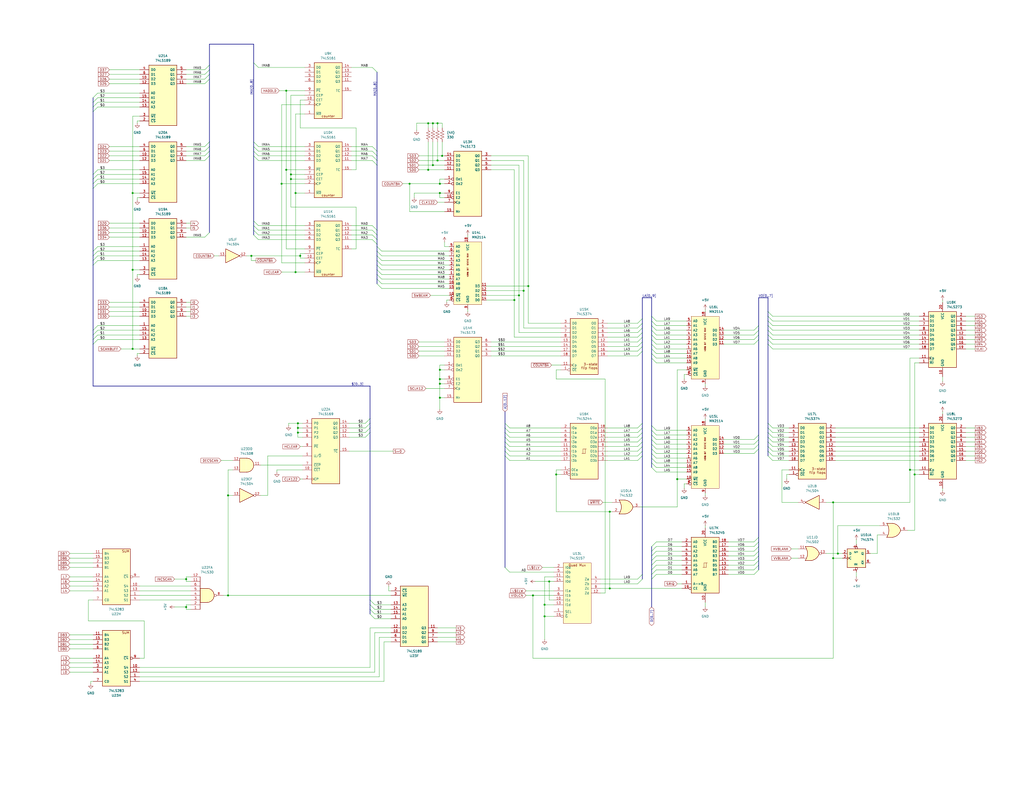
<source format=kicad_sch>
(kicad_sch (version 20231120) (generator "eeschema") (generator_version "8.0")
  (paper "C")
  (title_block (title "Exidy 440") (company "Exidy") (comment 1 "Anton Gale") (comment 4 "Line Buffer"))
  (junction (at 153.67 100.33))
  (junction (at 72.39 190.5))
  (junction (at 238.76 67.31))
  (junction (at 156.21 92.71))
  (junction (at 240.03 207.01))
  (junction (at 223.52 100.33))
  (junction (at 240.03 217.17))
  (junction (at 454.66 304.8))
  (junction (at 499.11 259.08))
  (junction (at 124.46 270.51))
  (junction (at 101.6 331.47))
  (junction (at 162.56 231.14))
  (junction (at 233.68 92.71))
  (junction (at 332.74 279.4))
  (junction (at 236.22 67.31))
  (junction (at 163.83 139.7))
  (junction (at 158.75 95.25))
  (junction (at 124.46 325.12))
  (junction (at 238.76 87.63))
  (junction (at 457.2 302.26))
  (junction (at 156.21 49.53))
  (junction (at 283.21 161.29))
  (junction (at 162.56 233.68))
  (junction (at 240.03 209.55))
  (junction (at 162.56 236.22))
  (junction (at 236.22 90.17))
  (junction (at 161.29 148.59))
  (junction (at 280.67 163.83))
  (junction (at 233.68 67.31))
  (junction (at 290.83 325.12))
  (junction (at 369.57 261.62))
  (junction (at 297.18 330.2))
  (junction (at 72.39 147.32))
  (junction (at 137.16 139.7))
  (junction (at 240.03 105.41))
  (junction (at 240.03 100.33))
  (junction (at 332.74 321.31))
  (junction (at 496.57 256.54))
  (junction (at 299.72 317.5))
  (junction (at 288.29 156.21))
  (junction (at 101.6 316.23))
  (junction (at 240.03 201.93))
  (junction (at 161.29 105.41))
  (junction (at 285.75 158.75))
  (junction (at 72.39 105.41))
  (junction (at 297.18 336.55))
  (junction (at 303.53 259.08))
  (junction (at 158.75 97.79))
  (junction (at 241.3 85.09))
  (junction (at 454.66 274.32))
  (bus_entry (at 114.3 38.1) (size -2.54 2.54))
  (bus_entry (at 358.14 257.81) (size -2.54 -2.54))
  (bus_entry (at 205.74 134.62) (size 2.54 2.54))
  (bus_entry (at 199.39 233.68) (size 2.54 -2.54))
  (bus_entry (at 138.43 85.09) (size 2.54 2.54))
  (bus_entry (at 347.98 181.61) (size 2.54 -2.54))
  (bus_entry (at 358.14 182.88) (size -2.54 -2.54))
  (bus_entry (at 205.74 137.16) (size 2.54 2.54))
  (bus_entry (at 347.98 184.15) (size 2.54 -2.54))
  (bus_entry (at 204.47 332.74) (size -2.54 -2.54))
  (bus_entry (at 358.14 193.04) (size -2.54 -2.54))
  (bus_entry (at 205.74 39.37) (size -2.54 -2.54))
  (bus_entry (at 205.74 130.81) (size -2.54 -2.54))
  (bus_entry (at 411.48 306.07) (size 2.54 -2.54))
  (bus_entry (at 421.64 190.5) (size -2.54 -2.54))
  (bus_entry (at 53.34 185.42) (size -2.54 2.54))
  (bus_entry (at 205.74 82.55) (size -2.54 -2.54))
  (bus_entry (at 114.3 35.56) (size -2.54 2.54))
  (bus_entry (at 421.64 246.38) (size -2.54 -2.54))
  (bus_entry (at 138.43 77.47) (size 2.54 2.54))
  (bus_entry (at 411.48 242.57) (size 2.54 -2.54))
  (bus_entry (at 347.98 241.3) (size 2.54 -2.54))
  (bus_entry (at 205.74 133.35) (size -2.54 -2.54))
  (bus_entry (at 275.59 236.22) (size 2.54 2.54))
  (bus_entry (at 53.34 182.88) (size -2.54 2.54))
  (bus_entry (at 114.3 82.55) (size -2.54 2.54))
  (bus_entry (at 114.3 77.47) (size -2.54 2.54))
  (bus_entry (at 138.43 120.65) (size 2.54 2.54))
  (bus_entry (at 205.74 125.73) (size -2.54 -2.54))
  (bus_entry (at 199.39 236.22) (size 2.54 -2.54))
  (bus_entry (at 421.64 241.3) (size -2.54 -2.54))
  (bus_entry (at 421.64 187.96) (size -2.54 -2.54))
  (bus_entry (at 138.43 128.27) (size 2.54 2.54))
  (bus_entry (at 138.43 34.29) (size 2.54 2.54))
  (bus_entry (at 411.48 311.15) (size 2.54 -2.54))
  (bus_entry (at 411.48 247.65) (size 2.54 -2.54))
  (bus_entry (at 411.48 303.53) (size 2.54 -2.54))
  (bus_entry (at 411.48 245.11) (size 2.54 -2.54))
  (bus_entry (at 53.34 180.34) (size -2.54 2.54))
  (bus_entry (at 204.47 335.28) (size -2.54 -2.54))
  (bus_entry (at 204.47 337.82) (size -2.54 -2.54))
  (bus_entry (at 53.34 55.88) (size -2.54 2.54))
  (bus_entry (at 199.39 231.14) (size 2.54 -2.54))
  (bus_entry (at 114.3 40.64) (size -2.54 2.54))
  (bus_entry (at 421.64 172.72) (size -2.54 -2.54))
  (bus_entry (at 421.64 236.22) (size -2.54 -2.54))
  (bus_entry (at 421.64 243.84) (size -2.54 -2.54))
  (bus_entry (at 411.48 308.61) (size 2.54 -2.54))
  (bus_entry (at 421.64 180.34) (size -2.54 -2.54))
  (bus_entry (at 411.48 180.34) (size 2.54 -2.54))
  (bus_entry (at 278.13 312.42) (size -2.54 -2.54))
  (bus_entry (at 358.14 242.57) (size -2.54 -2.54))
  (bus_entry (at 358.14 306.07) (size -2.54 2.54))
  (bus_entry (at 347.98 189.23) (size 2.54 -2.54))
  (bus_entry (at 421.64 175.26) (size -2.54 -2.54))
  (bus_entry (at 421.64 182.88) (size -2.54 -2.54))
  (bus_entry (at 205.74 144.78) (size 2.54 2.54))
  (bus_entry (at 53.34 95.25) (size -2.54 2.54))
  (bus_entry (at 358.14 190.5) (size -2.54 -2.54))
  (bus_entry (at 347.98 236.22) (size 2.54 -2.54))
  (bus_entry (at 358.14 255.27) (size -2.54 -2.54))
  (bus_entry (at 275.59 246.38) (size 2.54 2.54))
  (bus_entry (at 275.59 248.92) (size 2.54 2.54))
  (bus_entry (at 421.64 177.8) (size -2.54 -2.54))
  (bus_entry (at 358.14 195.58) (size -2.54 -2.54))
  (bus_entry (at 205.74 128.27) (size -2.54 -2.54))
  (bus_entry (at 347.98 176.53) (size 2.54 -2.54))
  (bus_entry (at 347.98 179.07) (size 2.54 -2.54))
  (bus_entry (at 199.39 238.76) (size 2.54 -2.54))
  (bus_entry (at 358.14 185.42) (size -2.54 -2.54))
  (bus_entry (at 114.3 80.01) (size -2.54 2.54))
  (bus_entry (at 358.14 198.12) (size -2.54 -2.54))
  (bus_entry (at 347.98 318.77) (size 2.54 -2.54))
  (bus_entry (at 53.34 53.34) (size -2.54 2.54))
  (bus_entry (at 53.34 137.16) (size -2.54 2.54))
  (bus_entry (at 275.59 233.68) (size 2.54 2.54))
  (bus_entry (at 53.34 134.62) (size -2.54 2.54))
  (bus_entry (at 114.3 85.09) (size -2.54 2.54))
  (bus_entry (at 205.74 85.09) (size -2.54 -2.54))
  (bus_entry (at 53.34 142.24) (size -2.54 2.54))
  (bus_entry (at 205.74 147.32) (size 2.54 2.54))
  (bus_entry (at 138.43 123.19) (size 2.54 2.54))
  (bus_entry (at 138.43 125.73) (size 2.54 2.54))
  (bus_entry (at 411.48 298.45) (size 2.54 -2.54))
  (bus_entry (at 358.14 247.65) (size -2.54 -2.54))
  (bus_entry (at 275.59 241.3) (size 2.54 2.54))
  (bus_entry (at 411.48 185.42) (size 2.54 -2.54))
  (bus_entry (at 358.14 234.95) (size -2.54 -2.54))
  (bus_entry (at 53.34 177.8) (size -2.54 2.54))
  (bus_entry (at 347.98 238.76) (size 2.54 -2.54))
  (bus_entry (at 358.14 187.96) (size -2.54 -2.54))
  (bus_entry (at 358.14 313.69) (size -2.54 2.54))
  (bus_entry (at 421.64 251.46) (size -2.54 -2.54))
  (bus_entry (at 421.64 248.92) (size -2.54 -2.54))
  (bus_entry (at 347.98 316.23) (size 2.54 -2.54))
  (bus_entry (at 205.74 149.86) (size 2.54 2.54))
  (bus_entry (at 347.98 243.84) (size 2.54 -2.54))
  (bus_entry (at 138.43 82.55) (size 2.54 2.54))
  (bus_entry (at 411.48 295.91) (size 2.54 -2.54))
  (bus_entry (at 358.14 245.11) (size -2.54 -2.54))
  (bus_entry (at 138.43 80.01) (size 2.54 2.54))
  (bus_entry (at 358.14 180.34) (size -2.54 -2.54))
  (bus_entry (at 411.48 187.96) (size 2.54 -2.54))
  (bus_entry (at 347.98 248.92) (size 2.54 -2.54))
  (bus_entry (at 358.14 252.73) (size -2.54 -2.54))
  (bus_entry (at 114.3 43.18) (size -2.54 2.54))
  (bus_entry (at 358.14 303.53) (size -2.54 2.54))
  (bus_entry (at 411.48 240.03) (size 2.54 -2.54))
  (bus_entry (at 347.98 194.31) (size 2.54 -2.54))
  (bus_entry (at 205.74 87.63) (size -2.54 -2.54))
  (bus_entry (at 358.14 177.8) (size -2.54 -2.54))
  (bus_entry (at 411.48 313.69) (size 2.54 -2.54))
  (bus_entry (at 53.34 97.79) (size -2.54 2.54))
  (bus_entry (at 421.64 233.68) (size -2.54 -2.54))
  (bus_entry (at 421.64 185.42) (size -2.54 -2.54))
  (bus_entry (at 358.14 295.91) (size -2.54 2.54))
  (bus_entry (at 411.48 182.88) (size 2.54 -2.54))
  (bus_entry (at 358.14 250.19) (size -2.54 -2.54))
  (bus_entry (at 53.34 58.42) (size -2.54 2.54))
  (bus_entry (at 205.74 139.7) (size 2.54 2.54))
  (bus_entry (at 53.34 139.7) (size -2.54 2.54))
  (bus_entry (at 358.14 308.61) (size -2.54 2.54))
  (bus_entry (at 53.34 92.71) (size -2.54 2.54))
  (bus_entry (at 205.74 90.17) (size -2.54 -2.54))
  (bus_entry (at 358.14 175.26) (size -2.54 -2.54))
  (bus_entry (at 411.48 300.99) (size 2.54 -2.54))
  (bus_entry (at 347.98 251.46) (size 2.54 -2.54))
  (bus_entry (at 205.74 142.24) (size 2.54 2.54))
  (bus_entry (at 347.98 191.77) (size 2.54 -2.54))
  (bus_entry (at 358.14 298.45) (size -2.54 2.54))
  (bus_entry (at 347.98 186.69) (size 2.54 -2.54))
  (bus_entry (at 275.59 238.76) (size 2.54 2.54))
  (bus_entry (at 358.14 237.49) (size -2.54 -2.54))
  (bus_entry (at 358.14 300.99) (size -2.54 2.54))
  (bus_entry (at 204.47 330.2) (size -2.54 -2.54))
  (bus_entry (at 358.14 311.15) (size -2.54 2.54))
  (bus_entry (at 53.34 50.8) (size -2.54 2.54))
  (bus_entry (at 205.74 154.94) (size 2.54 2.54))
  (bus_entry (at 421.64 238.76) (size -2.54 -2.54))
  (bus_entry (at 53.34 100.33) (size -2.54 2.54))
  (bus_entry (at 275.59 231.14) (size 2.54 2.54))
  (bus_entry (at 205.74 152.4) (size 2.54 2.54))
  (bus_entry (at 358.14 240.03) (size -2.54 -2.54))
  (bus_entry (at 275.59 243.84) (size 2.54 2.54))
  (bus_entry (at 347.98 246.38) (size 2.54 -2.54))
  (bus_entry (at 347.98 233.68) (size 2.54 -2.54))
  (bus_entry (at 114.3 127) (size -2.54 2.54))
  (wire (pts (xy 59.69 43.18) (xy 76.2 43.18)))
  (bus (pts (xy 138.43 125.73) (xy 138.43 128.27)))
  (wire (pts (xy 267.97 194.31) (xy 306.07 194.31)))
  (wire (pts (xy 331.47 238.76) (xy 347.98 238.76)))
  (wire (pts (xy 38.1 351.79) (xy 50.8 351.79)))
  (wire (pts (xy 241.3 67.31) (xy 238.76 67.31)))
  (wire (pts (xy 53.34 55.88) (xy 76.2 55.88)))
  (wire (pts (xy 248.92 345.44) (xy 238.76 345.44)))
  (wire (pts (xy 59.69 167.64) (xy 76.2 167.64)))
  (bus (pts (xy 138.43 123.19) (xy 138.43 125.73)))
  (wire (pts (xy 163.83 139.7) (xy 163.83 140.97)))
  (bus (pts (xy 114.3 82.55) (xy 114.3 80.01)))
  (wire (pts (xy 248.92 347.98) (xy 238.76 347.98)))
  (wire (pts (xy 454.66 304.8) (xy 454.66 359.41)))
  (wire (pts (xy 139.7 142.24) (xy 137.16 142.24)))
  (wire (pts (xy 331.47 179.07) (xy 347.98 179.07)))
  (wire (pts (xy 124.46 256.54) (xy 124.46 270.51)))
  (wire (pts (xy 278.13 246.38) (xy 306.07 246.38)))
  (bus (pts (xy 205.74 139.7) (xy 205.74 142.24)))
  (wire (pts (xy 101.6 40.64) (xy 111.76 40.64)))
  (wire (pts (xy 283.21 161.29) (xy 283.21 181.61)))
  (wire (pts (xy 208.28 137.16) (xy 245.11 137.16)))
  (bus (pts (xy 414.02 182.88) (xy 414.02 185.42)))
  (bus (pts (xy 419.1 170.18) (xy 419.1 172.72)))
  (wire (pts (xy 327.66 321.31) (xy 332.74 321.31)))
  (wire (pts (xy 53.34 97.79) (xy 76.2 97.79)))
  (wire (pts (xy 242.57 134.62) (xy 242.57 132.08)))
  (wire (pts (xy 394.97 180.34) (xy 411.48 180.34)))
  (wire (pts (xy 372.11 313.69) (xy 358.14 313.69)))
  (wire (pts (xy 152.4 49.53) (xy 156.21 49.53)))
  (wire (pts (xy 499.11 259.08) (xy 501.65 259.08)))
  (wire (pts (xy 228.6 189.23) (xy 242.57 189.23)))
  (wire (pts (xy 303.53 259.08) (xy 306.07 259.08)))
  (bus (pts (xy 50.8 139.7) (xy 50.8 142.24)))
  (wire (pts (xy 499.11 259.08) (xy 499.11 289.56)))
  (bus (pts (xy 114.3 80.01) (xy 114.3 77.47)))
  (bus (pts (xy 275.59 224.79) (xy 275.59 231.14)))
  (wire (pts (xy 208.28 152.4) (xy 245.11 152.4)))
  (wire (pts (xy 49.53 372.11) (xy 50.8 372.11)))
  (wire (pts (xy 101.6 38.1) (xy 111.76 38.1)))
  (wire (pts (xy 532.13 238.76) (xy 527.05 238.76)))
  (bus (pts (xy 114.3 35.56) (xy 114.3 24.13)))
  (wire (pts (xy 267.97 90.17) (xy 283.21 90.17)))
  (bus (pts (xy 419.1 162.56) (xy 414.02 162.56)))
  (wire (pts (xy 207.01 347.98) (xy 213.36 347.98)))
  (wire (pts (xy 290.83 359.41) (xy 454.66 359.41)))
  (bus (pts (xy 50.8 100.33) (xy 50.8 102.87)))
  (wire (pts (xy 397.51 311.15) (xy 411.48 311.15)))
  (bus (pts (xy 355.6 316.23) (xy 355.6 331.47)))
  (bus (pts (xy 350.52 186.69) (xy 350.52 189.23)))
  (wire (pts (xy 59.69 127) (xy 76.2 127)))
  (wire (pts (xy 59.69 87.63) (xy 76.2 87.63)))
  (wire (pts (xy 394.97 187.96) (xy 411.48 187.96)))
  (bus (pts (xy 355.6 240.03) (xy 355.6 242.57)))
  (wire (pts (xy 532.13 190.5) (xy 527.05 190.5)))
  (wire (pts (xy 53.34 180.34) (xy 76.2 180.34)))
  (wire (pts (xy 59.69 40.64) (xy 76.2 40.64)))
  (bus (pts (xy 350.52 233.68) (xy 350.52 236.22)))
  (wire (pts (xy 166.37 82.55) (xy 140.97 82.55)))
  (wire (pts (xy 302.26 317.5) (xy 299.72 317.5)))
  (wire (pts (xy 53.34 53.34) (xy 76.2 53.34)))
  (wire (pts (xy 156.21 92.71) (xy 166.37 92.71)))
  (wire (pts (xy 358.14 195.58) (xy 374.65 195.58)))
  (bus (pts (xy 350.52 236.22) (xy 350.52 238.76)))
  (wire (pts (xy 201.93 364.49) (xy 76.2 364.49)))
  (wire (pts (xy 514.35 163.83) (xy 514.35 165.1)))
  (wire (pts (xy 74.93 149.86) (xy 74.93 151.13)))
  (wire (pts (xy 156.21 49.53) (xy 156.21 92.71)))
  (wire (pts (xy 327.66 316.23) (xy 347.98 316.23)))
  (wire (pts (xy 146.05 270.51) (xy 142.24 270.51)))
  (wire (pts (xy 358.14 185.42) (xy 374.65 185.42)))
  (wire (pts (xy 369.57 318.77) (xy 372.11 318.77)))
  (wire (pts (xy 236.22 67.31) (xy 233.68 67.31)))
  (wire (pts (xy 228.6 90.17) (xy 236.22 90.17)))
  (wire (pts (xy 166.37 148.59) (xy 161.29 148.59)))
  (bus (pts (xy 205.74 149.86) (xy 205.74 152.4)))
  (wire (pts (xy 397.51 303.53) (xy 411.48 303.53)))
  (bus (pts (xy 114.3 24.13) (xy 138.43 24.13)))
  (bus (pts (xy 50.8 185.42) (xy 50.8 187.96)))
  (bus (pts (xy 275.59 246.38) (xy 275.59 248.92)))
  (wire (pts (xy 454.66 304.8) (xy 454.66 274.32)))
  (wire (pts (xy 204.47 335.28) (xy 213.36 335.28)))
  (wire (pts (xy 199.39 238.76) (xy 190.5 238.76)))
  (bus (pts (xy 275.59 236.22) (xy 275.59 238.76)))
  (wire (pts (xy 233.68 77.47) (xy 233.68 92.71)))
  (bus (pts (xy 414.02 308.61) (xy 414.02 311.15)))
  (wire (pts (xy 209.55 350.52) (xy 213.36 350.52)))
  (wire (pts (xy 38.1 367.03) (xy 50.8 367.03)))
  (wire (pts (xy 455.93 241.3) (xy 501.65 241.3)))
  (bus (pts (xy 350.52 231.14) (xy 350.52 233.68)))
  (wire (pts (xy 72.39 63.5) (xy 72.39 105.41)))
  (wire (pts (xy 501.65 177.8) (xy 421.64 177.8)))
  (wire (pts (xy 331.47 243.84) (xy 347.98 243.84)))
  (wire (pts (xy 238.76 87.63) (xy 242.57 87.63)))
  (wire (pts (xy 358.14 234.95) (xy 374.65 234.95)))
  (wire (pts (xy 153.67 57.15) (xy 153.67 100.33)))
  (wire (pts (xy 101.6 316.23) (xy 101.6 317.5)))
  (bus (pts (xy 205.74 133.35) (xy 205.74 134.62)))
  (wire (pts (xy 358.14 175.26) (xy 374.65 175.26)))
  (wire (pts (xy 374.65 201.93) (xy 369.57 201.93)))
  (wire (pts (xy 191.77 125.73) (xy 203.2 125.73)))
  (wire (pts (xy 499.11 198.12) (xy 499.11 259.08)))
  (bus (pts (xy 419.1 187.96) (xy 419.1 231.14)))
  (wire (pts (xy 101.6 43.18) (xy 111.76 43.18)))
  (wire (pts (xy 331.47 186.69) (xy 347.98 186.69)))
  (wire (pts (xy 158.75 95.25) (xy 158.75 97.79)))
  (wire (pts (xy 532.13 246.38) (xy 527.05 246.38)))
  (wire (pts (xy 95.25 331.47) (xy 101.6 331.47)))
  (bus (pts (xy 414.02 300.99) (xy 414.02 303.53)))
  (wire (pts (xy 38.1 320.04) (xy 50.8 320.04)))
  (wire (pts (xy 455.93 248.92) (xy 501.65 248.92)))
  (wire (pts (xy 116.84 139.7) (xy 119.38 139.7)))
  (bus (pts (xy 205.74 128.27) (xy 205.74 125.73)))
  (bus (pts (xy 355.6 162.56) (xy 355.6 172.72)))
  (wire (pts (xy 101.6 330.2) (xy 101.6 331.47)))
  (wire (pts (xy 332.74 321.31) (xy 372.11 321.31)))
  (wire (pts (xy 53.34 134.62) (xy 76.2 134.62)))
  (wire (pts (xy 232.41 212.09) (xy 242.57 212.09)))
  (bus (pts (xy 419.1 246.38) (xy 419.1 248.92)))
  (bus (pts (xy 419.1 180.34) (xy 419.1 182.88)))
  (wire (pts (xy 478.79 302.26) (xy 474.98 302.26)))
  (wire (pts (xy 166.37 80.01) (xy 140.97 80.01)))
  (wire (pts (xy 397.51 313.69) (xy 411.48 313.69)))
  (wire (pts (xy 306.07 184.15) (xy 280.67 184.15)))
  (bus (pts (xy 355.6 306.07) (xy 355.6 308.61)))
  (wire (pts (xy 394.97 247.65) (xy 411.48 247.65)))
  (wire (pts (xy 369.57 261.62) (xy 374.65 261.62)))
  (wire (pts (xy 267.97 87.63) (xy 285.75 87.63)))
  (wire (pts (xy 501.65 172.72) (xy 421.64 172.72)))
  (wire (pts (xy 78.74 339.09) (xy 48.26 339.09)))
  (wire (pts (xy 228.6 194.31) (xy 242.57 194.31)))
  (wire (pts (xy 358.14 177.8) (xy 374.65 177.8)))
  (bus (pts (xy 138.43 80.01) (xy 138.43 82.55)))
  (wire (pts (xy 327.66 323.85) (xy 330.2 323.85)))
  (wire (pts (xy 240.03 209.55) (xy 240.03 217.17)))
  (wire (pts (xy 124.46 270.51) (xy 127 270.51)))
  (wire (pts (xy 467.36 314.96) (xy 467.36 312.42)))
  (wire (pts (xy 227.33 67.31) (xy 227.33 71.12)))
  (wire (pts (xy 38.1 349.25) (xy 50.8 349.25)))
  (bus (pts (xy 201.93 236.22) (xy 201.93 327.66)))
  (wire (pts (xy 306.07 201.93) (xy 303.53 201.93)))
  (wire (pts (xy 384.81 269.24) (xy 384.81 270.51)))
  (wire (pts (xy 233.68 92.71) (xy 242.57 92.71)))
  (wire (pts (xy 238.76 67.31) (xy 238.76 69.85)))
  (wire (pts (xy 241.3 67.31) (xy 241.3 69.85)))
  (bus (pts (xy 414.02 237.49) (xy 414.02 240.03)))
  (wire (pts (xy 101.6 317.5) (xy 104.14 317.5)))
  (wire (pts (xy 48.26 339.09) (xy 48.26 327.66)))
  (wire (pts (xy 166.37 128.27) (xy 140.97 128.27)))
  (wire (pts (xy 457.2 302.26) (xy 459.74 302.26)))
  (wire (pts (xy 358.14 245.11) (xy 374.65 245.11)))
  (wire (pts (xy 228.6 186.69) (xy 242.57 186.69)))
  (wire (pts (xy 332.74 279.4) (xy 303.53 279.4)))
  (wire (pts (xy 331.47 191.77) (xy 347.98 191.77)))
  (wire (pts (xy 101.6 80.01) (xy 111.76 80.01)))
  (wire (pts (xy 95.25 316.23) (xy 101.6 316.23)))
  (wire (pts (xy 430.53 256.54) (xy 426.72 256.54)))
  (bus (pts (xy 50.8 144.78) (xy 50.8 180.34)))
  (wire (pts (xy 240.03 107.95) (xy 240.03 105.41)))
  (wire (pts (xy 429.26 259.08) (xy 429.26 261.62)))
  (wire (pts (xy 72.39 63.5) (xy 76.2 63.5)))
  (wire (pts (xy 48.26 327.66) (xy 50.8 327.66)))
  (wire (pts (xy 101.6 45.72) (xy 111.76 45.72)))
  (wire (pts (xy 358.14 255.27) (xy 374.65 255.27)))
  (bus (pts (xy 50.8 210.82) (xy 201.93 210.82)))
  (wire (pts (xy 161.29 105.41) (xy 161.29 148.59)))
  (wire (pts (xy 207.01 369.57) (xy 76.2 369.57)))
  (wire (pts (xy 426.72 274.32) (xy 435.61 274.32)))
  (wire (pts (xy 330.2 207.01) (xy 330.2 323.85)))
  (wire (pts (xy 430.53 233.68) (xy 421.64 233.68)))
  (wire (pts (xy 532.13 241.3) (xy 527.05 241.3)))
  (wire (pts (xy 430.53 241.3) (xy 421.64 241.3)))
  (wire (pts (xy 532.13 175.26) (xy 527.05 175.26)))
  (bus (pts (xy 50.8 180.34) (xy 50.8 182.88)))
  (wire (pts (xy 241.3 85.09) (xy 242.57 85.09)))
  (wire (pts (xy 255.27 128.27) (xy 255.27 129.54)))
  (wire (pts (xy 430.53 259.08) (xy 429.26 259.08)))
  (wire (pts (xy 394.97 242.57) (xy 411.48 242.57)))
  (bus (pts (xy 355.6 242.57) (xy 355.6 245.11)))
  (wire (pts (xy 358.14 252.73) (xy 374.65 252.73)))
  (wire (pts (xy 303.53 207.01) (xy 330.2 207.01)))
  (wire (pts (xy 104.14 121.92) (xy 101.6 121.92)))
  (wire (pts (xy 208.28 142.24) (xy 245.11 142.24)))
  (bus (pts (xy 138.43 77.47) (xy 138.43 80.01)))
  (bus (pts (xy 355.6 300.99) (xy 355.6 303.53)))
  (bus (pts (xy 201.93 332.74) (xy 201.93 335.28)))
  (wire (pts (xy 372.11 308.61) (xy 358.14 308.61)))
  (wire (pts (xy 242.57 97.79) (xy 240.03 97.79)))
  (wire (pts (xy 532.13 180.34) (xy 527.05 180.34)))
  (wire (pts (xy 72.39 105.41) (xy 72.39 147.32)))
  (wire (pts (xy 53.34 50.8) (xy 76.2 50.8)))
  (wire (pts (xy 450.85 302.26) (xy 457.2 302.26)))
  (wire (pts (xy 397.51 306.07) (xy 411.48 306.07)))
  (wire (pts (xy 358.14 187.96) (xy 374.65 187.96)))
  (wire (pts (xy 374.65 204.47) (xy 373.38 204.47)))
  (wire (pts (xy 104.14 167.64) (xy 101.6 167.64)))
  (wire (pts (xy 532.13 182.88) (xy 527.05 182.88)))
  (bus (pts (xy 414.02 180.34) (xy 414.02 182.88)))
  (bus (pts (xy 355.6 185.42) (xy 355.6 187.96)))
  (wire (pts (xy 372.11 295.91) (xy 358.14 295.91)))
  (wire (pts (xy 384.81 168.91) (xy 384.81 170.18)))
  (wire (pts (xy 331.47 241.3) (xy 347.98 241.3)))
  (wire (pts (xy 455.93 251.46) (xy 501.65 251.46)))
  (wire (pts (xy 295.91 309.88) (xy 302.26 309.88)))
  (wire (pts (xy 204.47 332.74) (xy 213.36 332.74)))
  (wire (pts (xy 331.47 246.38) (xy 347.98 246.38)))
  (wire (pts (xy 74.93 107.95) (xy 74.93 109.22)))
  (wire (pts (xy 240.03 201.93) (xy 240.03 207.01)))
  (bus (pts (xy 350.52 313.69) (xy 350.52 316.23)))
  (bus (pts (xy 50.8 58.42) (xy 50.8 60.96)))
  (wire (pts (xy 201.93 342.9) (xy 201.93 364.49)))
  (wire (pts (xy 373.38 204.47) (xy 373.38 207.01)))
  (wire (pts (xy 124.46 270.51) (xy 124.46 325.12)))
  (wire (pts (xy 162.56 233.68) (xy 162.56 231.14)))
  (wire (pts (xy 226.06 105.41) (xy 240.03 105.41)))
  (wire (pts (xy 240.03 209.55) (xy 242.57 209.55)))
  (bus (pts (xy 50.8 95.25) (xy 50.8 97.79)))
  (wire (pts (xy 165.1 248.92) (xy 146.05 248.92)))
  (wire (pts (xy 358.14 257.81) (xy 374.65 257.81)))
  (wire (pts (xy 532.13 243.84) (xy 527.05 243.84)))
  (wire (pts (xy 76.2 325.12) (xy 104.14 325.12)))
  (bus (pts (xy 355.6 234.95) (xy 355.6 237.49)))
  (bus (pts (xy 275.59 241.3) (xy 275.59 243.84)))
  (wire (pts (xy 163.83 243.84) (xy 165.1 243.84)))
  (wire (pts (xy 53.34 58.42) (xy 76.2 58.42)))
  (wire (pts (xy 191.77 123.19) (xy 203.2 123.19)))
  (wire (pts (xy 124.46 325.12) (xy 121.92 325.12)))
  (bus (pts (xy 355.6 237.49) (xy 355.6 240.03)))
  (wire (pts (xy 208.28 157.48) (xy 245.11 157.48)))
  (wire (pts (xy 104.14 165.1) (xy 101.6 165.1)))
  (wire (pts (xy 162.56 238.76) (xy 162.56 236.22)))
  (wire (pts (xy 53.34 177.8) (xy 76.2 177.8)))
  (wire (pts (xy 76.2 149.86) (xy 74.93 149.86)))
  (wire (pts (xy 303.53 259.08) (xy 303.53 279.4)))
  (bus (pts (xy 114.3 43.18) (xy 114.3 40.64)))
  (wire (pts (xy 372.11 300.99) (xy 358.14 300.99)))
  (wire (pts (xy 163.83 69.85) (xy 163.83 54.61)))
  (wire (pts (xy 238.76 110.49) (xy 242.57 110.49)))
  (wire (pts (xy 265.43 158.75) (xy 285.75 158.75)))
  (wire (pts (xy 349.25 276.86) (xy 369.57 276.86)))
  (wire (pts (xy 501.65 195.58) (xy 496.57 195.58)))
  (bus (pts (xy 419.1 177.8) (xy 419.1 180.34)))
  (wire (pts (xy 331.47 184.15) (xy 347.98 184.15)))
  (wire (pts (xy 76.2 359.41) (xy 78.74 359.41)))
  (wire (pts (xy 194.31 92.71) (xy 194.31 69.85)))
  (wire (pts (xy 38.1 302.26) (xy 50.8 302.26)))
  (wire (pts (xy 166.37 130.81) (xy 140.97 130.81)))
  (wire (pts (xy 153.67 148.59) (xy 161.29 148.59)))
  (wire (pts (xy 384.81 328.93) (xy 384.81 331.47)))
  (wire (pts (xy 397.51 308.61) (xy 411.48 308.61)))
  (bus (pts (xy 350.52 238.76) (xy 350.52 241.3)))
  (wire (pts (xy 532.13 185.42) (xy 527.05 185.42)))
  (wire (pts (xy 372.11 306.07) (xy 358.14 306.07)))
  (wire (pts (xy 101.6 129.54) (xy 111.76 129.54)))
  (wire (pts (xy 267.97 189.23) (xy 306.07 189.23)))
  (wire (pts (xy 358.14 182.88) (xy 374.65 182.88)))
  (wire (pts (xy 53.34 100.33) (xy 76.2 100.33)))
  (wire (pts (xy 53.34 185.42) (xy 76.2 185.42)))
  (wire (pts (xy 208.28 139.7) (xy 245.11 139.7)))
  (bus (pts (xy 205.74 137.16) (xy 205.74 139.7)))
  (wire (pts (xy 104.14 170.18) (xy 101.6 170.18)))
  (bus (pts (xy 355.6 245.11) (xy 355.6 247.65)))
  (bus (pts (xy 414.02 303.53) (xy 414.02 306.07)))
  (wire (pts (xy 514.35 224.79) (xy 514.35 226.06)))
  (bus (pts (xy 419.1 233.68) (xy 419.1 236.22)))
  (wire (pts (xy 120.65 251.46) (xy 127 251.46)))
  (wire (pts (xy 163.83 261.62) (xy 165.1 261.62)))
  (wire (pts (xy 59.69 38.1) (xy 76.2 38.1)))
  (bus (pts (xy 414.02 162.56) (xy 414.02 177.8)))
  (wire (pts (xy 283.21 90.17) (xy 283.21 161.29)))
  (wire (pts (xy 278.13 248.92) (xy 306.07 248.92)))
  (wire (pts (xy 204.47 330.2) (xy 213.36 330.2)))
  (wire (pts (xy 166.37 36.83) (xy 140.97 36.83)))
  (wire (pts (xy 163.83 140.97) (xy 166.37 140.97)))
  (wire (pts (xy 199.39 236.22) (xy 190.5 236.22)))
  (wire (pts (xy 204.47 345.44) (xy 204.47 367.03)))
  (wire (pts (xy 76.2 66.04) (xy 74.93 66.04)))
  (wire (pts (xy 430.53 243.84) (xy 421.64 243.84)))
  (bus (pts (xy 355.6 250.19) (xy 355.6 252.73)))
  (wire (pts (xy 242.57 115.57) (xy 223.52 115.57)))
  (bus (pts (xy 50.8 210.82) (xy 50.8 187.96)))
  (wire (pts (xy 209.55 350.52) (xy 209.55 372.11)))
  (wire (pts (xy 499.11 289.56) (xy 495.3 289.56)))
  (bus (pts (xy 355.6 311.15) (xy 355.6 313.69)))
  (bus (pts (xy 355.6 175.26) (xy 355.6 177.8)))
  (bus (pts (xy 355.6 180.34) (xy 355.6 182.88)))
  (bus (pts (xy 355.6 298.45) (xy 355.6 300.99)))
  (wire (pts (xy 53.34 182.88) (xy 76.2 182.88)))
  (wire (pts (xy 478.79 292.1) (xy 478.79 302.26)))
  (wire (pts (xy 191.77 130.81) (xy 203.2 130.81)))
  (wire (pts (xy 223.52 100.33) (xy 223.52 115.57)))
  (wire (pts (xy 358.14 237.49) (xy 374.65 237.49)))
  (wire (pts (xy 38.1 359.41) (xy 50.8 359.41)))
  (wire (pts (xy 501.65 182.88) (xy 421.64 182.88)))
  (bus (pts (xy 205.74 152.4) (xy 205.74 154.94)))
  (bus (pts (xy 50.8 97.79) (xy 50.8 100.33)))
  (wire (pts (xy 38.1 361.95) (xy 50.8 361.95)))
  (wire (pts (xy 162.56 233.68) (xy 165.1 233.68)))
  (wire (pts (xy 166.37 62.23) (xy 161.29 62.23)))
  (bus (pts (xy 350.52 176.53) (xy 350.52 179.07)))
  (bus (pts (xy 355.6 177.8) (xy 355.6 180.34)))
  (wire (pts (xy 369.57 261.62) (xy 369.57 276.86)))
  (bus (pts (xy 355.6 182.88) (xy 355.6 185.42)))
  (wire (pts (xy 201.93 342.9) (xy 213.36 342.9)))
  (wire (pts (xy 290.83 325.12) (xy 302.26 325.12)))
  (wire (pts (xy 297.18 314.96) (xy 297.18 330.2)))
  (wire (pts (xy 288.29 176.53) (xy 306.07 176.53)))
  (wire (pts (xy 104.14 314.96) (xy 101.6 314.96)))
  (wire (pts (xy 373.38 264.16) (xy 373.38 266.7)))
  (wire (pts (xy 162.56 231.14) (xy 165.1 231.14)))
  (wire (pts (xy 204.47 337.82) (xy 213.36 337.82)))
  (bus (pts (xy 205.74 144.78) (xy 205.74 147.32)))
  (wire (pts (xy 59.69 45.72) (xy 76.2 45.72)))
  (wire (pts (xy 38.1 314.96) (xy 50.8 314.96)))
  (wire (pts (xy 243.84 163.83) (xy 243.84 165.1)))
  (wire (pts (xy 166.37 105.41) (xy 161.29 105.41)))
  (bus (pts (xy 350.52 162.56) (xy 355.6 162.56)))
  (wire (pts (xy 207.01 347.98) (xy 207.01 369.57)))
  (bus (pts (xy 201.93 327.66) (xy 201.93 330.2)))
  (bus (pts (xy 414.02 245.11) (xy 414.02 293.37)))
  (wire (pts (xy 194.31 69.85) (xy 163.83 69.85)))
  (wire (pts (xy 455.93 236.22) (xy 501.65 236.22)))
  (wire (pts (xy 53.34 139.7) (xy 76.2 139.7)))
  (wire (pts (xy 157.48 231.14) (xy 162.56 231.14)))
  (wire (pts (xy 38.1 317.5) (xy 50.8 317.5)))
  (wire (pts (xy 204.47 345.44) (xy 213.36 345.44)))
  (wire (pts (xy 278.13 243.84) (xy 306.07 243.84)))
  (wire (pts (xy 265.43 156.21) (xy 288.29 156.21)))
  (wire (pts (xy 332.74 279.4) (xy 332.74 321.31)))
  (bus (pts (xy 350.52 243.84) (xy 350.52 246.38)))
  (bus (pts (xy 138.43 120.65) (xy 138.43 123.19)))
  (bus (pts (xy 414.02 185.42) (xy 414.02 237.49)))
  (wire (pts (xy 455.93 233.68) (xy 501.65 233.68)))
  (wire (pts (xy 283.21 181.61) (xy 306.07 181.61)))
  (bus (pts (xy 50.8 55.88) (xy 50.8 58.42)))
  (wire (pts (xy 53.34 95.25) (xy 76.2 95.25)))
  (bus (pts (xy 114.3 127) (xy 114.3 85.09)))
  (wire (pts (xy 242.57 107.95) (xy 240.03 107.95)))
  (wire (pts (xy 430.53 251.46) (xy 421.64 251.46)))
  (wire (pts (xy 166.37 125.73) (xy 140.97 125.73)))
  (bus (pts (xy 138.43 24.13) (xy 138.43 34.29)))
  (wire (pts (xy 191.77 92.71) (xy 194.31 92.71)))
  (bus (pts (xy 114.3 38.1) (xy 114.3 35.56)))
  (wire (pts (xy 455.93 243.84) (xy 501.65 243.84)))
  (wire (pts (xy 76.2 193.04) (xy 74.93 193.04)))
  (wire (pts (xy 236.22 67.31) (xy 236.22 69.85)))
  (wire (pts (xy 328.93 274.32) (xy 334.01 274.32)))
  (bus (pts (xy 355.6 195.58) (xy 355.6 232.41)))
  (wire (pts (xy 394.97 182.88) (xy 411.48 182.88)))
  (wire (pts (xy 101.6 331.47) (xy 101.6 332.74)))
  (bus (pts (xy 205.74 147.32) (xy 205.74 149.86)))
  (wire (pts (xy 208.28 144.78) (xy 245.11 144.78)))
  (bus (pts (xy 50.8 137.16) (xy 50.8 139.7)))
  (wire (pts (xy 191.77 80.01) (xy 203.2 80.01)))
  (bus (pts (xy 355.6 193.04) (xy 355.6 195.58)))
  (wire (pts (xy 331.47 189.23) (xy 347.98 189.23)))
  (bus (pts (xy 414.02 298.45) (xy 414.02 300.99)))
  (wire (pts (xy 457.2 287.02) (xy 457.2 302.26)))
  (bus (pts (xy 419.1 162.56) (xy 419.1 170.18)))
  (wire (pts (xy 199.39 233.68) (xy 190.5 233.68)))
  (wire (pts (xy 228.6 87.63) (xy 238.76 87.63)))
  (bus (pts (xy 205.74 134.62) (xy 205.74 137.16)))
  (bus (pts (xy 419.1 172.72) (xy 419.1 175.26)))
  (bus (pts (xy 205.74 82.55) (xy 205.74 39.37)))
  (wire (pts (xy 76.2 327.66) (xy 104.14 327.66)))
  (bus (pts (xy 355.6 252.73) (xy 355.6 255.27)))
  (wire (pts (xy 300.99 199.39) (xy 306.07 199.39)))
  (wire (pts (xy 162.56 236.22) (xy 162.56 233.68)))
  (wire (pts (xy 38.1 346.71) (xy 50.8 346.71)))
  (wire (pts (xy 38.1 364.49) (xy 50.8 364.49)))
  (bus (pts (xy 275.59 248.92) (xy 275.59 309.88)))
  (wire (pts (xy 208.28 147.32) (xy 245.11 147.32)))
  (bus (pts (xy 419.1 185.42) (xy 419.1 187.96)))
  (wire (pts (xy 78.74 359.41) (xy 78.74 339.09)))
  (wire (pts (xy 137.16 139.7) (xy 137.16 142.24)))
  (wire (pts (xy 156.21 49.53) (xy 166.37 49.53)))
  (bus (pts (xy 201.93 228.6) (xy 201.93 231.14)))
  (wire (pts (xy 53.34 92.71) (xy 76.2 92.71)))
  (wire (pts (xy 191.77 87.63) (xy 203.2 87.63)))
  (wire (pts (xy 358.14 190.5) (xy 374.65 190.5)))
  (wire (pts (xy 302.26 314.96) (xy 297.18 314.96)))
  (bus (pts (xy 201.93 330.2) (xy 201.93 332.74)))
  (wire (pts (xy 288.29 156.21) (xy 288.29 176.53)))
  (bus (pts (xy 275.59 231.322) (xy 275.59 233.68)))
  (bus (pts (xy 350.52 181.61) (xy 350.52 184.15)))
  (wire (pts (xy 496.57 256.54) (xy 496.57 274.32)))
  (bus (pts (xy 50.8 53.34) (xy 50.8 55.88)))
  (wire (pts (xy 38.1 309.88) (xy 50.8 309.88)))
  (bus (pts (xy 355.6 308.61) (xy 355.6 311.15)))
  (wire (pts (xy 280.67 184.15) (xy 280.67 163.83)))
  (wire (pts (xy 158.75 97.79) (xy 166.37 97.79)))
  (wire (pts (xy 245.11 163.83) (xy 243.84 163.83)))
  (wire (pts (xy 209.55 372.11) (xy 76.2 372.11)))
  (wire (pts (xy 397.51 295.91) (xy 411.48 295.91)))
  (wire (pts (xy 236.22 90.17) (xy 242.57 90.17)))
  (wire (pts (xy 287.02 325.12) (xy 290.83 325.12)))
  (wire (pts (xy 151.13 256.54) (xy 165.1 256.54)))
  (wire (pts (xy 292.1 317.5) (xy 299.72 317.5)))
  (wire (pts (xy 372.11 303.53) (xy 358.14 303.53)))
  (wire (pts (xy 101.6 314.96) (xy 101.6 316.23)))
  (bus (pts (xy 350.52 248.92) (xy 350.52 313.69)))
  (wire (pts (xy 208.28 149.86) (xy 245.11 149.86)))
  (wire (pts (xy 153.67 100.33) (xy 166.37 100.33)))
  (wire (pts (xy 278.13 251.46) (xy 306.07 251.46)))
  (wire (pts (xy 331.47 181.61) (xy 347.98 181.61)))
  (wire (pts (xy 166.37 123.19) (xy 140.97 123.19)))
  (bus (pts (xy 355.6 172.72) (xy 355.6 175.26)))
  (wire (pts (xy 532.13 251.46) (xy 527.05 251.46)))
  (wire (pts (xy 455.93 246.38) (xy 501.65 246.38)))
  (wire (pts (xy 190.5 246.38) (xy 214.63 246.38)))
  (wire (pts (xy 166.37 138.43) (xy 163.83 138.43)))
  (wire (pts (xy 369.57 201.93) (xy 369.57 261.62)))
  (bus (pts (xy 419.1 231.14) (xy 419.1 233.68)))
  (bus (pts (xy 205.74 133.35) (xy 205.74 130.81)))
  (wire (pts (xy 191.77 128.27) (xy 203.2 128.27)))
  (wire (pts (xy 299.72 317.5) (xy 299.72 327.66)))
  (wire (pts (xy 384.81 209.55) (xy 384.81 210.82)))
  (wire (pts (xy 101.6 87.63) (xy 111.76 87.63)))
  (wire (pts (xy 327.66 318.77) (xy 347.98 318.77)))
  (wire (pts (xy 101.6 82.55) (xy 111.76 82.55)))
  (wire (pts (xy 372.11 311.15) (xy 358.14 311.15)))
  (wire (pts (xy 331.47 251.46) (xy 347.98 251.46)))
  (wire (pts (xy 358.14 242.57) (xy 374.65 242.57)))
  (wire (pts (xy 431.8 304.8) (xy 435.61 304.8)))
  (bus (pts (xy 355.6 313.69) (xy 355.6 316.23)))
  (wire (pts (xy 397.51 300.99) (xy 411.48 300.99)))
  (wire (pts (xy 430.53 236.22) (xy 421.64 236.22)))
  (wire (pts (xy 374.65 264.16) (xy 373.38 264.16)))
  (wire (pts (xy 306.07 256.54) (xy 303.53 256.54)))
  (wire (pts (xy 53.34 142.24) (xy 76.2 142.24)))
  (wire (pts (xy 124.46 325.12) (xy 213.36 325.12)))
  (wire (pts (xy 240.03 199.39) (xy 240.03 201.93)))
  (wire (pts (xy 72.39 147.32) (xy 76.2 147.32)))
  (wire (pts (xy 199.39 231.14) (xy 190.5 231.14)))
  (wire (pts (xy 278.13 312.42) (xy 302.26 312.42)))
  (wire (pts (xy 358.14 198.12) (xy 374.65 198.12)))
  (wire (pts (xy 158.75 52.07) (xy 158.75 95.25)))
  (wire (pts (xy 59.69 80.01) (xy 76.2 80.01)))
  (bus (pts (xy 414.02 295.91) (xy 414.02 298.45)))
  (bus (pts (xy 414.02 240.03) (xy 414.02 242.57)))
  (bus (pts (xy 205.74 87.63) (xy 205.74 85.09)))
  (wire (pts (xy 219.71 100.33) (xy 223.52 100.33)))
  (wire (pts (xy 240.03 201.93) (xy 242.57 201.93)))
  (wire (pts (xy 501.65 198.12) (xy 499.11 198.12)))
  (bus (pts (xy 50.8 60.96) (xy 50.8 95.25)))
  (wire (pts (xy 162.56 236.22) (xy 165.1 236.22)))
  (wire (pts (xy 240.03 100.33) (xy 242.57 100.33)))
  (wire (pts (xy 72.39 190.5) (xy 76.2 190.5)))
  (wire (pts (xy 134.62 139.7) (xy 137.16 139.7)))
  (wire (pts (xy 104.14 330.2) (xy 101.6 330.2)))
  (bus (pts (xy 350.52 184.15) (xy 350.52 186.69)))
  (bus (pts (xy 350.52 241.3) (xy 350.52 243.84)))
  (bus (pts (xy 201.93 210.82) (xy 201.93 228.6)))
  (wire (pts (xy 38.1 304.8) (xy 50.8 304.8)))
  (wire (pts (xy 267.97 191.77) (xy 306.07 191.77)))
  (wire (pts (xy 280.67 163.83) (xy 265.43 163.83)))
  (wire (pts (xy 285.75 179.07) (xy 306.07 179.07)))
  (bus (pts (xy 414.02 177.8) (xy 414.02 180.34)))
  (bus (pts (xy 414.02 242.57) (xy 414.02 245.11)))
  (wire (pts (xy 394.97 240.03) (xy 411.48 240.03)))
  (wire (pts (xy 501.65 187.96) (xy 421.64 187.96)))
  (wire (pts (xy 265.43 161.29) (xy 283.21 161.29)))
  (wire (pts (xy 267.97 186.69) (xy 306.07 186.69)))
  (wire (pts (xy 288.29 85.09) (xy 288.29 156.21)))
  (wire (pts (xy 334.01 279.4) (xy 332.74 279.4)))
  (wire (pts (xy 228.6 85.09) (xy 241.3 85.09)))
  (wire (pts (xy 285.75 87.63) (xy 285.75 158.75)))
  (wire (pts (xy 454.66 274.32) (xy 496.57 274.32)))
  (wire (pts (xy 76.2 322.58) (xy 104.14 322.58)))
  (wire (pts (xy 238.76 77.47) (xy 238.76 87.63)))
  (wire (pts (xy 248.92 342.9) (xy 238.76 342.9)))
  (wire (pts (xy 384.81 287.02) (xy 384.81 288.29)))
  (wire (pts (xy 101.6 85.09) (xy 111.76 85.09)))
  (wire (pts (xy 101.6 332.74) (xy 104.14 332.74)))
  (bus (pts (xy 355.6 303.53) (xy 355.6 306.07)))
  (wire (pts (xy 278.13 233.68) (xy 306.07 233.68)))
  (wire (pts (xy 394.97 245.11) (xy 411.48 245.11)))
  (wire (pts (xy 191.77 85.09) (xy 203.2 85.09)))
  (bus (pts (xy 275.59 238.76) (xy 275.59 241.3)))
  (wire (pts (xy 467.36 294.64) (xy 467.36 297.18)))
  (bus (pts (xy 414.02 306.07) (xy 414.02 308.61)))
  (wire (pts (xy 194.31 113.03) (xy 158.75 113.03)))
  (wire (pts (xy 194.31 135.89) (xy 194.31 113.03)))
  (wire (pts (xy 290.83 325.12) (xy 290.83 359.41)))
  (bus (pts (xy 414.02 293.37) (xy 414.02 295.91)))
  (wire (pts (xy 532.13 172.72) (xy 527.05 172.72)))
  (bus (pts (xy 205.74 130.81) (xy 205.74 128.27)))
  (wire (pts (xy 255.27 168.91) (xy 255.27 170.18)))
  (wire (pts (xy 59.69 165.1) (xy 76.2 165.1)))
  (wire (pts (xy 532.13 177.8) (xy 527.05 177.8)))
  (wire (pts (xy 228.6 191.77) (xy 242.57 191.77)))
  (wire (pts (xy 59.69 170.18) (xy 76.2 170.18)))
  (wire (pts (xy 358.14 240.03) (xy 374.65 240.03)))
  (wire (pts (xy 72.39 147.32) (xy 72.39 190.5)))
  (wire (pts (xy 223.52 100.33) (xy 240.03 100.33)))
  (wire (pts (xy 104.14 172.72) (xy 101.6 172.72)))
  (bus (pts (xy 114.3 85.09) (xy 114.3 82.55)))
  (wire (pts (xy 161.29 62.23) (xy 161.29 105.41)))
  (bus (pts (xy 50.8 102.87) (xy 50.8 137.16)))
  (wire (pts (xy 496.57 256.54) (xy 501.65 256.54)))
  (wire (pts (xy 240.03 97.79) (xy 240.03 100.33)))
  (wire (pts (xy 532.13 233.68) (xy 527.05 233.68)))
  (wire (pts (xy 142.24 254) (xy 165.1 254)))
  (bus (pts (xy 205.74 90.17) (xy 205.74 87.63)))
  (wire (pts (xy 426.72 256.54) (xy 426.72 274.32)))
  (wire (pts (xy 234.95 161.29) (xy 245.11 161.29)))
  (wire (pts (xy 191.77 82.55) (xy 203.2 82.55)))
  (wire (pts (xy 240.03 105.41) (xy 242.57 105.41)))
  (wire (pts (xy 166.37 52.07) (xy 158.75 52.07)))
  (wire (pts (xy 430.53 238.76) (xy 421.64 238.76)))
  (wire (pts (xy 303.53 201.93) (xy 303.53 207.01)))
  (wire (pts (xy 59.69 121.92) (xy 76.2 121.92)))
  (wire (pts (xy 166.37 135.89) (xy 156.21 135.89)))
  (wire (pts (xy 127 256.54) (xy 124.46 256.54)))
  (bus (pts (xy 419.1 243.84) (xy 419.1 246.38)))
  (wire (pts (xy 478.79 292.1) (xy 480.06 292.1)))
  (wire (pts (xy 331.47 233.68) (xy 347.98 233.68)))
  (wire (pts (xy 514.35 205.74) (xy 514.35 208.28)))
  (wire (pts (xy 204.47 367.03) (xy 76.2 367.03)))
  (wire (pts (xy 166.37 85.09) (xy 140.97 85.09)))
  (wire (pts (xy 104.14 124.46) (xy 101.6 124.46)))
  (wire (pts (xy 501.65 185.42) (xy 421.64 185.42)))
  (wire (pts (xy 212.09 322.58) (xy 213.36 322.58)))
  (bus (pts (xy 419.1 182.88) (xy 419.1 185.42)))
  (wire (pts (xy 240.03 217.17) (xy 242.57 217.17)))
  (wire (pts (xy 59.69 82.55) (xy 76.2 82.55)))
  (wire (pts (xy 358.14 180.34) (xy 374.65 180.34)))
  (wire (pts (xy 74.93 66.04) (xy 74.93 67.31)))
  (wire (pts (xy 496.57 195.58) (xy 496.57 256.54)))
  (bus (pts (xy 350.52 179.07) (xy 350.52 181.61)))
  (wire (pts (xy 76.2 320.04) (xy 104.14 320.04)))
  (wire (pts (xy 158.75 97.79) (xy 158.75 113.03)))
  (wire (pts (xy 297.18 336.55) (xy 302.26 336.55)))
  (wire (pts (xy 38.1 322.58) (xy 50.8 322.58)))
  (wire (pts (xy 226.06 105.41) (xy 226.06 107.95)))
  (wire (pts (xy 358.14 193.04) (xy 374.65 193.04)))
  (bus (pts (xy 350.52 173.99) (xy 350.52 176.53)))
  (bus (pts (xy 419.1 236.22) (xy 419.1 238.76)))
  (bus (pts (xy 350.52 189.23) (xy 350.52 191.77)))
  (wire (pts (xy 430.53 246.38) (xy 421.64 246.38)))
  (wire (pts (xy 267.97 85.09) (xy 288.29 85.09)))
  (wire (pts (xy 66.04 190.5) (xy 72.39 190.5)))
  (wire (pts (xy 532.13 236.22) (xy 527.05 236.22)))
  (wire (pts (xy 240.03 207.01) (xy 240.03 209.55)))
  (wire (pts (xy 450.85 274.32) (xy 454.66 274.32)))
  (wire (pts (xy 146.05 248.92) (xy 146.05 270.51)))
  (wire (pts (xy 285.75 158.75) (xy 285.75 179.07)))
  (wire (pts (xy 297.18 330.2) (xy 297.18 336.55)))
  (bus (pts (xy 114.3 40.64) (xy 114.3 38.1)))
  (bus (pts (xy 205.74 90.17) (xy 205.74 125.73)))
  (wire (pts (xy 153.67 143.51) (xy 166.37 143.51)))
  (bus (pts (xy 355.6 187.96) (xy 355.6 190.5)))
  (bus (pts (xy 201.93 231.14) (xy 201.93 233.68)))
  (bus (pts (xy 205.74 85.09) (xy 205.74 82.55)))
  (wire (pts (xy 53.34 137.16) (xy 76.2 137.16)))
  (wire (pts (xy 240.03 199.39) (xy 242.57 199.39)))
  (wire (pts (xy 208.28 154.94) (xy 245.11 154.94)))
  (bus (pts (xy 114.3 77.47) (xy 114.3 43.18)))
  (wire (pts (xy 501.65 180.34) (xy 421.64 180.34)))
  (wire (pts (xy 397.51 298.45) (xy 411.48 298.45)))
  (wire (pts (xy 430.53 248.92) (xy 421.64 248.92)))
  (bus (pts (xy 355.6 247.65) (xy 355.6 250.19)))
  (wire (pts (xy 501.65 175.26) (xy 421.64 175.26)))
  (wire (pts (xy 74.93 193.04) (xy 74.93 194.31)))
  (wire (pts (xy 137.16 139.7) (xy 163.83 139.7)))
  (wire (pts (xy 236.22 77.47) (xy 236.22 90.17)))
  (wire (pts (xy 532.13 248.92) (xy 527.05 248.92)))
  (wire (pts (xy 166.37 87.63) (xy 140.97 87.63)))
  (wire (pts (xy 165.1 238.76) (xy 162.56 238.76)))
  (wire (pts (xy 233.68 67.31) (xy 233.68 69.85)))
  (wire (pts (xy 59.69 129.54) (xy 76.2 129.54)))
  (wire (pts (xy 501.65 190.5) (xy 421.64 190.5)))
  (wire (pts (xy 278.13 241.3) (xy 306.07 241.3)))
  (wire (pts (xy 163.83 54.61) (xy 166.37 54.61)))
  (wire (pts (xy 59.69 85.09) (xy 76.2 85.09)))
  (wire (pts (xy 240.03 217.17) (xy 240.03 223.52)))
  (wire (pts (xy 59.69 172.72) (xy 76.2 172.72)))
  (wire (pts (xy 191.77 36.83) (xy 203.2 36.83)))
  (wire (pts (xy 212.09 322.58) (xy 212.09 320.04)))
  (bus (pts (xy 419.1 175.26) (xy 419.1 177.8)))
  (wire (pts (xy 331.47 176.53) (xy 347.98 176.53)))
  (wire (pts (xy 457.2 287.02) (xy 480.06 287.02)))
  (bus (pts (xy 355.6 232.41) (xy 355.6 234.95)))
  (wire (pts (xy 233.68 67.31) (xy 227.33 67.31)))
  (bus (pts (xy 350.52 162.56) (xy 350.52 173.99)))
  (bus (pts (xy 138.43 82.55) (xy 138.43 85.09)))
  (bus (pts (xy 275.59 243.84) (xy 275.59 246.38)))
  (wire (pts (xy 59.69 124.46) (xy 76.2 124.46)))
  (wire (pts (xy 156.21 135.89) (xy 156.21 92.71)))
  (wire (pts (xy 238.76 67.31) (xy 236.22 67.31)))
  (wire (pts (xy 240.03 207.01) (xy 242.57 207.01)))
  (wire (pts (xy 459.74 304.8) (xy 454.66 304.8)))
  (wire (pts (xy 280.67 92.71) (xy 280.67 163.83)))
  (bus (pts (xy 350.52 246.38) (xy 350.52 248.92)))
  (wire (pts (xy 248.92 350.52) (xy 238.76 350.52)))
  (wire (pts (xy 38.1 307.34) (xy 50.8 307.34)))
  (wire (pts (xy 358.14 250.19) (xy 374.65 250.19)))
  (wire (pts (xy 455.93 238.76) (xy 501.65 238.76)))
  (wire (pts (xy 267.97 92.71) (xy 280.67 92.71)))
  (wire (pts (xy 153.67 100.33) (xy 153.67 143.51)))
  (wire (pts (xy 245.11 134.62) (xy 242.57 134.62)))
  (bus (pts (xy 355.6 190.5) (xy 355.6 193.04)))
  (wire (pts (xy 358.14 247.65) (xy 374.65 247.65)))
  (wire (pts (xy 297.18 336.55) (xy 297.18 349.25)))
  (wire (pts (xy 331.47 248.92) (xy 347.98 248.92)))
  (bus (pts (xy 138.43 77.47) (xy 138.43 34.29)))
  (wire (pts (xy 431.8 299.72) (xy 435.61 299.72)))
  (wire (pts (xy 163.83 138.43) (xy 163.83 139.7)))
  (bus (pts (xy 201.93 233.68) (xy 201.93 236.22)))
  (wire (pts (xy 514.35 266.7) (xy 514.35 267.97)))
  (wire (pts (xy 157.48 231.14) (xy 157.48 232.41)))
  (wire (pts (xy 166.37 95.25) (xy 158.75 95.25)))
  (wire (pts (xy 166.37 57.15) (xy 153.67 57.15)))
  (wire (pts (xy 76.2 107.95) (xy 74.93 107.95)))
  (bus (pts (xy 350.52 191.77) (xy 350.52 231.14)))
  (bus (pts (xy 50.8 182.88) (xy 50.8 185.42)))
  (wire (pts (xy 384.81 228.6) (xy 384.81 229.87)))
  (wire (pts (xy 287.02 322.58) (xy 302.26 322.58)))
  (wire (pts (xy 38.1 354.33) (xy 50.8 354.33)))
  (wire (pts (xy 241.3 77.47) (xy 241.3 85.09)))
  (bus (pts (xy 419.1 241.3) (xy 419.1 243.84)))
  (bus (pts (xy 205.74 142.24) (xy 205.74 144.78)))
  (wire (pts (xy 278.13 238.76) (xy 306.07 238.76)))
  (wire (pts (xy 72.39 105.41) (xy 76.2 105.41)))
  (wire (pts (xy 278.13 236.22) (xy 306.07 236.22)))
  (wire (pts (xy 394.97 185.42) (xy 411.48 185.42)))
  (wire (pts (xy 299.72 327.66) (xy 302.26 327.66)))
  (wire (pts (xy 297.18 330.2) (xy 302.26 330.2)))
  (wire (pts (xy 191.77 135.89) (xy 194.31 135.89)))
  (wire (pts (xy 303.53 256.54) (xy 303.53 259.08)))
  (wire (pts (xy 228.6 92.71) (xy 233.68 92.71)))
  (wire (pts (xy 532.13 187.96) (xy 527.05 187.96)))
  (bus (pts (xy 275.59 233.68) (xy 275.59 236.22)))
  (bus (pts (xy 419.1 238.76) (xy 419.1 241.3)))
  (wire (pts (xy 151.13 256.54) (xy 151.13 257.81)))
  (wire (pts (xy 49.53 372.11) (xy 49.53 373.38)))
  (bus (pts (xy 138.43 85.09) (xy 138.43 120.65)))
  (bus (pts (xy 50.8 142.24) (xy 50.8 144.78)))
  (wire (pts (xy 331.47 236.22) (xy 347.98 236.22)))
  (wire (pts (xy 372.11 298.45) (xy 358.14 298.45)))
  (wire (pts (xy 331.47 194.31) (xy 347.98 194.31)))
  (label "$1" (at 54.61 97.79 0))
  (label "MA6" (at 196.85 85.09 0))
  (label "VD6" (at 427.99 248.92 180))
  (label "IMA5" (at 147.32 82.55 180))
  (label "LA2" (at 340.36 189.23 0))
  (label "VD0" (at 402.59 313.69 0))
  (label "A6" (at 289.56 238.76 180))
  (label "IMA7" (at 105.41 85.09 0))
  (label "MA7" (at 196.85 87.63 0))
  (label "$2" (at 54.61 137.16 0))
  (label "VD1" (at 496.57 175.26 180))
  (label "$3" (at 205.74 330.2 0))
  (label "MA0" (at 238.76 142.24 0))
  (label "LA4" (at 365.76 195.58 180))
  (label "LA7" (at 365.76 177.8 180))
  (label "LA5" (at 365.76 257.81 180))
  (label "IMA5" (at 105.41 129.54 0))
  (label "LA1" (at 340.36 186.69 0))
  (label "LA5" (at 365.76 198.12 180))
  (label "IMA7" (at 105.41 43.18 0))
  (label "VD3" (at 400.05 247.65 0))
  (label "MA8" (at 196.85 36.83 0))
  (label "$0" (at 205.74 337.82 0))
  (label "A8" (at 289.56 233.68 180))
  (label "MA[0..8]" (at 205.74 44.45 270))
  (label "MA2" (at 196.85 128.27 0))
  (label "$3" (at 54.61 50.8 0))
  (label "IMA2" (at 147.32 128.27 180))
  (label "MA1" (at 196.85 125.73 0))
  (label "$2" (at 54.61 95.25 0))
  (label "LA4" (at 340.36 194.31 0))
  (label "VD[0..7]" (at 414.02 162.56 0))
  (label "$1" (at 205.74 335.28 0))
  (label "VD0" (at 496.57 172.72 180))
  (label "VD5" (at 400.05 182.88 0))
  (label "MA1" (at 238.76 144.78 0))
  (label "LA4" (at 340.36 243.84 0))
  (label "VD4" (at 496.57 182.88 180))
  (label "$$3" (at 271.78 194.31 0))
  (label "LA6" (at 365.76 240.03 180))
  (label "$$0" (at 271.8389 186.69 0))
  (label "LA8" (at 365.76 193.04 180))
  (label "LA8" (at 365.76 252.73 180))
  (label "VD2" (at 427.99 236.22 180))
  (label "LA0" (at 365.76 242.57 180))
  (label "LA6" (at 365.76 180.34 180))
  (label "D7" (at 367.03 295.91 180))
  (label "LA1" (at 365.76 245.11 180))
  (label "LA1" (at 340.36 251.46 0))
  (label "IMA3" (at 147.32 130.81 180))
  (label "VD3" (at 427.99 233.68 180))
  (label "LA4" (at 365.76 255.27 180))
  (label "A0" (at 287.02 312.42 180))
  (label "$2" (at 198.12 236.22 180))
  (label "A4" (at 289.56 243.84 180))
  (label "LA2" (at 340.36 248.92 0))
  (label "$0" (at 54.61 142.24 0))
  (label "VD1" (at 402.59 311.15 0))
  (label "MA5" (at 196.85 82.55 0))
  (label "A1" (at 289.56 251.46 180))
  (label "A3" (at 289.56 246.38 180))
  (label "IMA8" (at 147.32 36.83 180))
  (label "LA6" (at 340.36 181.61 0))
  (label "LA8" (at 340.36 176.53 0))
  (label "VD1" (at 400.05 242.57 0))
  (label "VD7" (at 427.99 251.46 180))
  (label "MA2" (at 238.76 147.32 0))
  (label "$2" (at 54.61 53.34 0))
  (label "LA2" (at 365.76 187.96 180))
  (label "IMA6" (at 105.41 40.64 0))
  (label "$0" (at 54.61 100.33 0))
  (label "IMA5" (at 105.41 38.1 0))
  (label "VD7" (at 402.59 295.91 0))
  (label "IMA7" (at 147.32 87.63 180))
  (label "D5" (at 367.03 300.99 180))
  (label "IMA1" (at 147.32 125.73 180))
  (label "VD7" (at 496.57 190.5 180))
  (label "LA3" (at 340.36 246.38 0))
  (label "IMA4" (at 147.32 80.01 180))
  (label "LA7" (at 340.36 179.07 0))
  (label "$2" (at 54.61 180.34 0))
  (label "$3" (at 54.61 177.8 0))
  (label "$0" (at 198.12 231.14 180))
  (label "VD2" (at 496.57 177.8 180))
  (label "$1" (at 54.61 55.88 0))
  (label "VD6" (at 400.05 185.42 0))
  (label "VD4" (at 427.99 243.84 180))
  (label "$[0..3]" (at 191.77 210.82 0))
  (label "D6" (at 367.03 298.45 180))
  (label "VD4" (at 402.59 303.53 0))
  (label "MA4" (at 196.85 80.01 0))
  (label "$1" (at 198.12 233.68 180))
  (label "$$2" (at 271.78 191.77 0))
  (label "LA9" (at 340.36 316.23 0))
  (label "$3" (at 198.12 238.76 180))
  (label "IMA6" (at 147.32 85.09 180))
  (label "LA[0..9]" (at 350.52 162.56 0))
  (label "$0" (at 54.61 58.42 0))
  (label "LA0" (at 365.76 182.88 180))
  (label "MA3" (at 238.76 149.86 0))
  (label "VD3" (at 402.59 306.07 0))
  (label "D0" (at 367.03 313.69 180))
  (label "VD3" (at 496.57 180.34 180))
  (label "VD7" (at 400.05 187.96 0))
  (label "LA0" (at 340.36 318.77 0))
  (label "VD5" (at 402.59 300.99 0))
  (label "MA5" (at 238.7254 157.48 0))
  (label "$3" (at 54.61 92.71 0))
  (label "LA9" (at 365.76 234.95 180))
  (label "D1" (at 367.03 311.15 180))
  (label "A7" (at 289.56 236.22 180))
  (label "MA4" (at 238.76 154.94 0))
  (label "$1" (at 54.61 182.88 0))
  (label "$0" (at 54.61 185.42 0))
  (label "IMA0" (at 147.32 123.19 180))
  (label "IMA5" (at 105.41 80.01 0))
  (label "LA7" (at 365.76 237.49 180))
  (label "VD0" (at 400.05 240.03 0))
  (label "LA9" (at 365.76 175.26 180))
  (label "IMA8" (at 105.41 45.72 0))
  (label "MA3" (at 196.85 130.81 0))
  (label "LA6" (at 340.36 238.76 0))
  (label "VD5" (at 496.57 185.42 180))
  (label "IMA[0..8]" (at 138.43 43.18 270))
  (label "VD1" (at 427.99 238.76 180))
  (label "LA2" (at 365.76 247.65 180))
  (label "LA3" (at 365.76 250.19 180))
  (label "LA1" (at 365.76 185.42 180))
  (label "$1" (at 54.61 139.7 0))
  (label "D2" (at 367.03 308.61 180))
  (label "MA6" (at 238.76 139.7 0))
  (label "A5" (at 289.56 241.3 180))
  (label "A2" (at 289.56 248.92 180))
  (label "LA3" (at 340.36 191.77 0))
  (label "IMA6" (at 105.41 82.55 0))
  (label "LA7" (at 340.36 236.22 0))
  (label "VD2" (at 402.59 308.61 0))
  (label "LA3" (at 365.76 190.5 180))
  (label "$$1" (at 271.78 189.23 0))
  (label "VD6" (at 402.59 298.45 0))
  (label "LA8" (at 340.36 233.68 0))
  (label "LA5" (at 340.36 241.3 0))
  (label "$2" (at 205.74 332.74 0))
  (label "VD5" (at 427.99 246.38 180))
  (label "VD4" (at 400.05 180.34 0))
  (label "VD0" (at 427.99 241.3 180))
  (label "VD6" (at 496.57 187.96 180))
  (label "D4" (at 367.03 303.53 180))
  (label "LA5" (at 340.36 184.15 0))
  (label "IMA8" (at 105.41 87.63 0))
  (label "MA0" (at 196.85 123.19 0))
  (label "$3" (at 54.61 134.62 0))
  (label "MA8" (at 238.76 152.4 0))
  (label "D3" (at 367.03 306.07 180))
  (label "VD2" (at 400.05 245.11 0))
  (global_label "A[0..12]" (shape input) (at 275.59 224.79 90) (property "Intersheetrefs" "${INTERSHEET_REFS}" (at 275.59 214.1847 90) (effects (justify left))))
  (global_label "VR4" (shape output) (at 532.13 187.96 0) (property "Intersheetrefs" "${INTERSHEET_REFS}" (at 538.6833 187.96 0) (effects (justify left))))
  (global_label "VG0" (shape output) (at 532.13 246.38 0) (property "Intersheetrefs" "${INTERSHEET_REFS}" (at 538.6833 246.38 0) (effects (justify left))))
  (global_label "HCLEAR" (shape input) (at 153.67 148.59 180) (property "Intersheetrefs" "${INTERSHEET_REFS}" (at 143.5486 148.59 0) (effects (justify right))))
  (global_label "I1" (shape output) (at 104.14 167.64 0) (property "Intersheetrefs" "${INTERSHEET_REFS}" (at 108.9395 167.64 0) (effects (justify left))))
  (global_label "D33" (shape input) (at 59.69 165.1 180) (property "Intersheetrefs" "${INTERSHEET_REFS}" (at 53.0158 165.1 0) (effects (justify right))))
  (global_label "DB1" (shape input) (at 38.1 351.79 180) (property "Intersheetrefs" "${INTERSHEET_REFS}" (at 31.3653 351.79 0) (effects (justify right))))
  (global_label "HCLEAR" (shape input) (at 163.83 243.84 180) (property "Intersheetrefs" "${INTERSHEET_REFS}" (at 153.7086 243.84 0) (effects (justify right))))
  (global_label "DECSCAN" (shape input) (at 120.65 251.46 180) (property "Intersheetrefs" "${INTERSHEET_REFS}" (at 109.0772 251.46 0) (effects (justify right))))
  (global_label "L5" (shape input) (at 38.1 320.04 180) (property "Intersheetrefs" "${INTERSHEET_REFS}" (at 32.8772 320.04 0) (effects (justify right))))
  (global_label "COUNTBA" (shape input) (at 219.71 100.33 180) (property "Intersheetrefs" "${INTERSHEET_REFS}" (at 208.1371 100.33 0) (effects (justify right))))
  (global_label "L0" (shape input) (at 38.1 367.03 180) (property "Intersheetrefs" "${INTERSHEET_REFS}" (at 32.8772 367.03 0) (effects (justify right))))
  (global_label "D34" (shape input) (at 59.69 129.54 180) (property "Intersheetrefs" "${INTERSHEET_REFS}" (at 53.0158 129.54 0) (effects (justify right))))
  (global_label "I5" (shape output) (at 104.14 124.46 0) (property "Intersheetrefs" "${INTERSHEET_REFS}" (at 108.9395 124.46 0) (effects (justify left))))
  (global_label "L1" (shape input) (at 38.1 364.49 180) (property "Intersheetrefs" "${INTERSHEET_REFS}" (at 32.8772 364.49 0) (effects (justify right))))
  (global_label "VB4" (shape output) (at 532.13 243.84 0) (property "Intersheetrefs" "${INTERSHEET_REFS}" (at 538.6833 243.84 0) (effects (justify left))))
  (global_label "CLK122" (shape input) (at 238.76 110.49 180) (property "Intersheetrefs" "${INTERSHEET_REFS}" (at 228.5782 110.49 0) (effects (justify right))))
  (global_label "I3" (shape output) (at 104.14 172.72 0) (property "Intersheetrefs" "${INTERSHEET_REFS}" (at 108.9395 172.72 0) (effects (justify left))))
  (global_label "D36" (shape input) (at 59.69 124.46 180) (property "Intersheetrefs" "${INTERSHEET_REFS}" (at 53.0158 124.46 0) (effects (justify right))))
  (global_label "L2" (shape input) (at 38.1 361.95 180) (property "Intersheetrefs" "${INTERSHEET_REFS}" (at 32.8772 361.95 0) (effects (justify right))))
  (global_label "CLK122" (shape input) (at 163.83 261.62 180) (property "Intersheetrefs" "${INTERSHEET_REFS}" (at 153.6482 261.62 0) (effects (justify right))))
  (global_label "COUNTBA" (shape input) (at 116.84 139.7 180) (property "Intersheetrefs" "${INTERSHEET_REFS}" (at 105.2671 139.7 0) (effects (justify right))))
  (global_label "V0" (shape output) (at 248.92 350.52 0) (property "Intersheetrefs" "${INTERSHEET_REFS}" (at 254.2033 350.52 0) (effects (justify left))))
  (global_label "D22" (shape input) (at 59.69 85.09 180) (property "Intersheetrefs" "${INTERSHEET_REFS}" (at 53.0158 85.09 0) (effects (justify right))))
  (global_label "SCANBUFF" (shape input) (at 66.04 190.5 180) (property "Intersheetrefs" "${INTERSHEET_REFS}" (at 53.3785 190.5 0) (effects (justify right))))
  (global_label "S=0" (shape output) (at 214.63 246.38 0) (property "Intersheetrefs" "${INTERSHEET_REFS}" (at 221.6066 246.38 0) (effects (justify left))))
  (global_label "INCSCAN" (shape input) (at 95.25 316.23 180) (property "Intersheetrefs" "${INTERSHEET_REFS}" (at 84.1609 316.23 0) (effects (justify right))))
  (global_label "D20" (shape input) (at 59.69 121.92 180) (property "Intersheetrefs" "${INTERSHEET_REFS}" (at 53.0158 121.92 0) (effects (justify right))))
  (global_label "D27" (shape input) (at 59.69 40.64 180) (property "Intersheetrefs" "${INTERSHEET_REFS}" (at 53.0158 40.64 0) (effects (justify right))))
  (global_label "VR2" (shape output) (at 532.13 182.88 0) (property "Intersheetrefs" "${INTERSHEET_REFS}" (at 538.6833 182.88 0) (effects (justify left))))
  (global_label "VR3" (shape output) (at 532.13 185.42 0) (property "Intersheetrefs" "${INTERSHEET_REFS}" (at 538.6833 185.42 0) (effects (justify left))))
  (global_label "HVBLANK" (shape input) (at 431.8 299.72 180) (property "Intersheetrefs" "${INTERSHEET_REFS}" (at 420.4085 299.72 0) (effects (justify right))))
  (global_label "SD3" (shape input) (at 228.6 85.09 180) (property "Intersheetrefs" "${INTERSHEET_REFS}" (at 221.9258 85.09 0) (effects (justify right))))
  (global_label "SRIQ" (shape input) (at 369.57 318.77 180) (property "Intersheetrefs" "${INTERSHEET_REFS}" (at 362.17 318.77 0) (effects (justify right))))
  (global_label "DB5" (shape input) (at 38.1 307.34 180) (property "Intersheetrefs" "${INTERSHEET_REFS}" (at 31.3653 307.34 0) (effects (justify right))))
  (global_label "L6" (shape input) (at 38.1 317.5 180) (property "Intersheetrefs" "${INTERSHEET_REFS}" (at 32.8772 317.5 0) (effects (justify right))))
  (global_label "VB1" (shape output) (at 532.13 241.3 0) (property "Intersheetrefs" "${INTERSHEET_REFS}" (at 538.6833 241.3 0) (effects (justify left))))
  (global_label "5WBEAM" (shape input) (at 234.95 161.29 180) (property "Intersheetrefs" "${INTERSHEET_REFS}" (at 224.3449 161.29 0) (effects (justify right))))
  (global_label "VIDLCN" (shape input) (at 287.02 325.12 180) (property "Intersheetrefs" "${INTERSHEET_REFS}" (at 277.4428 325.12 0) (effects (justify right))))
  (global_label "DB3" (shape input) (at 38.1 346.71 180) (property "Intersheetrefs" "${INTERSHEET_REFS}" (at 31.3653 346.71 0) (effects (justify right))))
  (global_label "I4" (shape output) (at 104.14 121.92 0) (property "Intersheetrefs" "${INTERSHEET_REFS}" (at 108.9395 121.92 0) (effects (justify left))))
  (global_label "D35" (shape input) (at 59.69 127 180) (property "Intersheetrefs" "${INTERSHEET_REFS}" (at 53.0158 127 0) (effects (justify right))))
  (global_label "D[0..7]" (shape bidirectional) (at 355.6 331.47 270) (property "Intersheetrefs" "${INTERSHEET_REFS}" (at 355.6 347.0571 90) (effects (justify right))))
  (global_label "V3" (shape output) (at 248.92 342.9 0) (property "Intersheetrefs" "${INTERSHEET_REFS}" (at 254.2033 342.9 0) (effects (justify left))))
  (global_label "D31" (shape input) (at 59.69 170.18 180) (property "Intersheetrefs" "${INTERSHEET_REFS}" (at 53.0158 170.18 0) (effects (justify right))))
  (global_label "L$ELV" (shape input) (at 295.91 309.88 180) (property "Intersheetrefs" "${INTERSHEET_REFS}" (at 287.4215 309.88 0) (effects (justify right))))
  (global_label "I2" (shape output) (at 104.14 170.18 0) (property "Intersheetrefs" "${INTERSHEET_REFS}" (at 108.9395 170.18 0) (effects (justify left))))
  (global_label "D25" (shape input) (at 59.69 45.72 180) (property "Intersheetrefs" "${INTERSHEET_REFS}" (at 53.0158 45.72 0) (effects (justify right))))
  (global_label "L7" (shape input) (at 38.1 314.96 180) (property "Intersheetrefs" "${INTERSHEET_REFS}" (at 32.8772 314.96 0) (effects (justify right))))
  (global_label "~{COUNTBA}" (shape output) (at 139.7 142.24 0) (property "Intersheetrefs" "${INTERSHEET_REFS}" (at 151.2729 142.24 0) (effects (justify left))))
  (global_label "VVBLANK" (shape input) (at 431.8 304.8 180) (property "Intersheetrefs" "${INTERSHEET_REFS}" (at 420.6504 304.8 0) (effects (justify right))))
  (global_label "L3" (shape input) (at 38.1 359.41 180) (property "Intersheetrefs" "${INTERSHEET_REFS}" (at 32.8772 359.41 0) (effects (justify right))))
  (global_label "VG1" (shape output) (at 532.13 248.92 0) (property "Intersheetrefs" "${INTERSHEET_REFS}" (at 538.6833 248.92 0) (effects (justify left))))
  (global_label "SD1" (shape input) (at 228.6 191.77 180) (property "Intersheetrefs" "${INTERSHEET_REFS}" (at 221.9258 191.77 0) (effects (justify right))))
  (global_label "V2" (shape output) (at 248.92 345.44 0) (property "Intersheetrefs" "${INTERSHEET_REFS}" (at 254.2033 345.44 0) (effects (justify left))))
  (global_label "5CLK12" (shape input) (at 232.41 212.09 180) (property "Intersheetrefs" "${INTERSHEET_REFS}" (at 222.2282 212.09 0) (effects (justify right))))
  (global_label "~{WRITE}" (shape input) (at 328.93 274.32 180) (property "Intersheetrefs" "${INTERSHEET_REFS}" (at 320.502 274.32 0) (effects (justify right))))
  (global_label "VLKI" (shape output) (at 532.13 190.5 0) (property "Intersheetrefs" "${INTERSHEET_REFS}" (at 539.1067 190.5 0) (effects (justify left))))
  (global_label "VG3" (shape output) (at 532.13 172.72 0) (property "Intersheetrefs" "${INTERSHEET_REFS}" (at 538.6833 172.72 0) (effects (justify left))))
  (global_label "VR0" (shape output) (at 532.13 177.8 0) (property "Intersheetrefs" "${INTERSHEET_REFS}" (at 538.6833 177.8 0) (effects (justify left))))
  (global_label "DB6" (shape input) (at 38.1 304.8 180) (property "Intersheetrefs" "${INTERSHEET_REFS}" (at 31.3653 304.8 0) (effects (justify right))))
  (global_label "SD0" (shape input) (at 228.6 194.31 180) (property "Intersheetrefs" "${INTERSHEET_REFS}" (at 221.9258 194.31 0) (effects (justify right))))
  (global_label "D30" (shape input) (at 59.69 172.72 180) (property "Intersheetrefs" "${INTERSHEET_REFS}" (at 53.0158 172.72 0) (effects (justify right))))
  (global_label "V1" (shape output) (at 248.92 347.98 0) (property "Intersheetrefs" "${INTERSHEET_REFS}" (at 254.2033 347.98 0) (effects (justify left))))
  (global_label "SD2" (shape input) (at 228.6 87.63 180) (property "Intersheetrefs" "${INTERSHEET_REFS}" (at 221.9258 87.63 0) (effects (justify right))))
  (global_label "SD1" (shape input) (at 228.6 90.17 180) (property "Intersheetrefs" "${INTERSHEET_REFS}" (at 221.9258 90.17 0) (effects (justify right))))
  (global_label "SD3" (shape input) (at 228.6 186.69 180) (property "Intersheetrefs" "${INTERSHEET_REFS}" (at 221.9258 186.69 0) (effects (justify right))))
  (global_label "VG4" (shape output) (at 532.13 175.26 0) (property "Intersheetrefs" "${INTERSHEET_REFS}" (at 538.6833 175.26 0) (effects (justify left))))
  (global_label "D23" (shape input) (at 59.69 82.55 180) (property "Intersheetrefs" "${INTERSHEET_REFS}" (at 53.0158 82.55 0) (effects (justify right))))
  (global_label "DB4" (shape input) (at 38.1 309.88 180) (property "Intersheetrefs" "${INTERSHEET_REFS}" (at 31.3653 309.88 0) (effects (justify right))))
  (global_label "DB0" (shape input) (at 38.1 354.33 180) (property "Intersheetrefs" "${INTERSHEET_REFS}" (at 31.3653 354.33 0) (effects (justify right))))
  (global_label "L4" (shape input) (at 38.1 322.58 180) (property "Intersheetrefs" "${INTERSHEET_REFS}" (at 32.8772 322.58 0) (effects (justify right))))
  (global_label "D24" (shape input) (at 59.69 80.01 180) (property "Intersheetrefs" "${INTERSHEET_REFS}" (at 53.0158 80.01 0) (effects (justify right))))
  (global_label "VB2" (shape output) (at 532.13 236.22 0) (property "Intersheetrefs" "${INTERSHEET_REFS}" (at 538.6833 236.22 0) (effects (justify left))))
  (global_label "~{COUNTBA}" (shape input) (at 300.99 199.39 180) (property "Intersheetrefs" "${INTERSHEET_REFS}" (at 289.4171 199.39 0) (effects (justify right))))
  (global_label "SD0" (shape input) (at 228.6 92.71 180) (property "Intersheetrefs" "${INTERSHEET_REFS}" (at 221.9258 92.71 0) (effects (justify right))))
  (global_label "VG2" (shape output) (at 532.13 251.46 0) (property "Intersheetrefs" "${INTERSHEET_REFS}" (at 538.6833 251.46 0) (effects (justify left))))
  (global_label "DB7" (shape input) (at 38.1 302.26 180) (property "Intersheetrefs" "${INTERSHEET_REFS}" (at 31.3653 302.26 0) (effects (justify right))))
  (global_label "I0" (shape output) (at 104.14 165.1 0) (property "Intersheetrefs" "${INTERSHEET_REFS}" (at 108.9395 165.1 0) (effects (justify left))))
  (global_label "SD2" (shape input) (at 228.6 189.23 180) (property "Intersheetrefs" "${INTERSHEET_REFS}" (at 221.9258 189.23 0) (effects (justify right))))
  (global_label "VB3" (shape output) (at 532.13 233.68 0) (property "Intersheetrefs" "${INTERSHEET_REFS}" (at 538.6833 233.68 0) (effects (justify left))))
  (global_label "VB1" (shape output) (at 532.13 238.76 0) (property "Intersheetrefs" "${INTERSHEET_REFS}" (at 538.6833 238.76 0) (effects (justify left))))
  (global_label "D21" (shape input) (at 59.69 87.63 180) (property "Intersheetrefs" "${INTERSHEET_REFS}" (at 53.0158 87.63 0) (effects (justify right))))
  (global_label "D32" (shape input) (at 59.69 167.64 180) (property "Intersheetrefs" "${INTERSHEET_REFS}" (at 53.0158 167.64 0) (effects (justify right))))
  (global_label "VR1" (shape output) (at 532.13 180.34 0) (property "Intersheetrefs" "${INTERSHEET_REFS}" (at 538.6833 180.34 0) (effects (justify left))))
  (global_label "L$ELW" (shape input) (at 287.02 322.58 180) (property "Intersheetrefs" "${INTERSHEET_REFS}" (at 278.1687 322.58 0) (effects (justify right))))
  (global_label "D26" (shape input) (at 59.69 43.18 180) (property "Intersheetrefs" "${INTERSHEET_REFS}" (at 53.0158 43.18 0) (effects (justify right))))
  (global_label "D37" (shape input) (at 59.69 38.1 180) (property "Intersheetrefs" "${INTERSHEET_REFS}" (at 53.0158 38.1 0) (effects (justify right))))
  (global_label "HADDLD" (shape input) (at 152.4 49.53 180) (property "Intersheetrefs" "${INTERSHEET_REFS}" (at 142.1576 49.53 0) (effects (justify right))))
  (global_label "DB2" (shape input) (at 38.1 349.25 180) (property "Intersheetrefs" "${INTERSHEET_REFS}" (at 31.3653 349.25 0) (effects (justify right))))
  (symbol (lib_id "power:GND") (at 74.93 194.31 0) (unit 1)
    (property "Reference" "#PWR033" (effects (hide yes)))
    (property "Value" "GND" (at 74.93 199.39 0))
    (property "Description" "Power symbol creates a global label with name \"GND\" , ground" (effects (hide yes)))
  )
  (symbol (lib_id "power:GND") (at 514.35 267.97 0) (unit 1)
    (property "Reference" "#PWR061" (effects (hide yes)))
    (property "Value" "GND" (at 514.35 273.05 0))
    (property "Description" "Power symbol creates a global label with name \"GND\" , ground" (effects (hide yes)))
  )
  (symbol (lib_id "power:GND") (at 384.81 210.82 0) (unit 1)
    (property "Reference" "#PWR050" (effects (hide yes)))
    (property "Value" "GND" (at 384.81 215.9 0))
    (property "Description" "Power symbol creates a global label with name \"GND\" , ground" (effects (hide yes)))
  )
  (symbol (lib_id "jt74:74LS374") (at 443.23 246.38 0) (unit 1)
    (property "Reference" "U17L" (at 443.23 226.06 0))
    (property "Value" "74LS374" (at 443.23 228.6 0))
    (property "Datasheet" "http://www.ti.com/lit/gpn/sn74LS374" (effects (hide yes)))
    (property "Description" "8-bit Register, 3-state outputs" (effects (hide yes)))
  )
  (symbol (lib_id "power:GND") (at 243.84 165.1 0) (unit 1)
    (property "Reference" "#PWR042" (effects (hide yes)))
    (property "Value" "GND" (at 243.84 170.18 0))
    (property "Description" "Power symbol creates a global label with name \"GND\" , ground" (effects (hide yes)))
  )
  (symbol (lib_id "power:GND") (at 74.93 109.22 0) (unit 1)
    (property "Reference" "#PWR031" (effects (hide yes)))
    (property "Value" "GND" (at 74.93 114.3 0))
    (property "Description" "Power symbol creates a global label with name \"GND\" , ground" (effects (hide yes)))
  )
  (symbol (lib_id "jt74:74LS157") (at 314.96 322.58 0) (unit 1)
    (property "Reference" "U13L" (at 314.96 302.26 0))
    (property "Value" "74LS157" (at 314.96 304.8 0))
    (property "Datasheet" "https://www.ti.com/lit/ds/symlink/sn74ls157.pdf" (effects (hide yes)))
    (property "Description" "Quad 2 to 1 line Multiplexer" (effects (hide yes)))
  )
  (symbol (lib_name "MN2114_1") (lib_id "arcade:MN2114") (at 255.27 143.51 0) (unit 1)
    (property "Reference" "U14L" (at 257.4641 127 0) (effects (font (size 1.2446 1.2446)) (justify left)))
    (property "Value" "MN2114" (at 257.4641 129.54 0) (effects (font (size 1.2446 1.2446)) (justify left)))
    (property "Datasheet" "https://www.datasheet4u.com/datasheet-pdf/FairchildSemiconductor/F2114/pdf.php?id=1306381" (effects (hide yes)))
    (property "Description" "1024x4 Static RAM" (effects (hide yes)))
  )
  (symbol (lib_id "jt74:74LS244") (at 318.77 246.38 0) (unit 1)
    (property "Reference" "U16K" (at 318.77 226.06 0))
    (property "Value" "74LS244" (at 318.77 228.6 0))
    (property "Datasheet" "http://www.ti.com/lit/gpn/sn74LS244" (effects (hide yes)))
    (property "Description" "8-bit Bus Buffer 3-State outputs" (effects (hide yes)))
  )
  (symbol (lib_id "jt74:74LS04") (at 443.23 274.32 0) (mirror y) (unit 2)
    (property "Reference" "U2L" (at 443.23 265.43 0))
    (property "Value" "74LS04" (at 443.23 267.97 0))
    (property "Datasheet" "http://www.ti.com/lit/gpn/sn74LS04" (effects (hide yes)))
    (property "Description" "Hex Inverter" (effects (hide yes)))
  )
  (symbol (lib_id "power:GND") (at 157.48 232.41 0) (unit 1)
    (property "Reference" "#PWR036" (effects (hide yes)))
    (property "Value" "GND" (at 157.48 237.49 0))
    (property "Description" "Power symbol creates a global label with name \"GND\" , ground" (effects (hide yes)))
  )
  (symbol (lib_id "power:GND") (at 74.93 67.31 0) (unit 1)
    (property "Reference" "#PWR030" (effects (hide yes)))
    (property "Value" "GND" (at 74.93 72.39 0))
    (property "Description" "Power symbol creates a global label with name \"GND\" , ground" (effects (hide yes)))
  )
  (symbol (lib_id "power:GND") (at 384.81 331.47 0) (unit 1)
    (property "Reference" "#PWR054" (effects (hide yes)))
    (property "Value" "GND" (at 384.81 336.55 0))
    (property "Description" "Power symbol creates a global label with name \"GND\" , ground" (effects (hide yes)))
  )
  (symbol (lib_id "no_symbols:74LS189") (at 88.9 177.8 0) (unit 1)
    (property "Reference" "U18A" (at 88.9 157.48 0))
    (property "Value" "74LS189" (at 88.9 160.02 0))
  )
  (symbol (lib_id "power:+5V") (at 292.1 317.5 90) (mirror x) (unit 1)
    (property "Reference" "#PWR045" (effects (hide yes)))
    (property "Value" "+5V" (at 287.02 317.5 0))
    (property "Description" "Power symbol creates a global label with name \"+5V\"" (effects (hide yes)))
  )
  (symbol (lib_id "power:GND") (at 373.38 266.7 0) (unit 1)
    (property "Reference" "#PWR048" (effects (hide yes)))
    (property "Value" "GND" (at 373.38 271.78 0))
    (property "Description" "Power symbol creates a global label with name \"GND\" , ground" (effects (hide yes)))
  )
  (symbol (lib_id "power:GND") (at 384.81 270.51 0) (unit 1)
    (property "Reference" "#PWR052" (effects (hide yes)))
    (property "Value" "GND" (at 384.81 275.59 0))
    (property "Description" "Power symbol creates a global label with name \"GND\" , ground" (effects (hide yes)))
  )
  (symbol (lib_id "jt74:74LS161") (at 179.07 135.89 0) (unit 1)
    (property "Reference" "U11K" (at 179.07 115.57 0))
    (property "Value" "74LS161" (at 179.07 118.11 0))
    (property "Datasheet" "http://www.ti.com/lit/gpn/sn74LS161" (effects (hide yes)))
    (property "Description" "Synchronous 4-bit programmable binary Counter" (effects (hide yes)))
  )
  (symbol (lib_id "no_symbols:74LS189") (at 88.9 134.62 0) (unit 1)
    (property "Reference" "U19A" (at 88.9 114.3 0))
    (property "Value" "74LS189" (at 88.9 116.84 0))
  )
  (symbol (lib_id "jt74:74LS74") (at 467.36 304.8 0) (unit 1)
    (property "Reference" "U10J" (at 469.5541 292.1 0) (effects (justify left)))
    (property "Value" "74LS74" (at 469.5541 294.64 0) (effects (justify left)))
    (property "Datasheet" "74xx/74hc_hct74.pdf" (effects (hide yes)))
    (property "Description" "Dual D Flip-flop, Set & Reset" (effects (hide yes)))
  )
  (symbol (lib_id "Device:R_US") (at 236.22 73.66 0) (unit 1)
    (property "Reference" "(4X)?" (effects (hide yes)))
    (property "Value" "330" (effects (hide yes)))
    (property "Description" "Resistor, US symbol" (effects (hide yes)))
  )
  (symbol (lib_id "power:+5V") (at 467.36 294.64 0) (unit 1)
    (property "Reference" "#PWR056" (effects (hide yes)))
    (property "Value" "+5V" (at 467.36 289.56 0))
    (property "Description" "Power symbol creates a global label with name \"+5V\"" (effects (hide yes)))
  )
  (symbol (lib_name "74LS173_1") (lib_id "jt74:74LS173") (at 255.27 100.33 0) (unit 1)
    (property "Reference" "U13K" (at 255.27 77.47 0))
    (property "Value" "74LS173" (at 255.27 80.01 0))
    (property "Datasheet" "http://www.ti.com/lit/gpn/sn74LS173" (effects (hide yes)))
    (property "Description" "4-bit D-type Register, 3 state out" (effects (hide yes)))
  )
  (symbol (lib_id "jt74:74LS04") (at 127 139.7 0) (unit 6)
    (property "Reference" "U5J" (at 127 130.81 0))
    (property "Value" "74LS04" (at 127 133.35 0))
    (property "Datasheet" "http://www.ti.com/lit/gpn/sn74LS04" (effects (hide yes)))
    (property "Description" "Hex Inverter" (effects (hide yes)))
  )
  (symbol (lib_id "power:GND") (at 514.35 208.28 0) (unit 1)
    (property "Reference" "#PWR059" (effects (hide yes)))
    (property "Value" "GND" (at 514.35 213.36 0))
    (property "Description" "Power symbol creates a global label with name \"GND\" , ground" (effects (hide yes)))
  )
  (symbol (lib_id "no_symbols:74LS189") (at 88.9 50.8 0) (unit 1)
    (property "Reference" "U21A" (at 88.9 30.48 0))
    (property "Value" "74LS189" (at 88.9 33.02 0))
  )
  (symbol (lib_id "power:+5V") (at 514.35 224.79 0) (unit 1)
    (property "Reference" "#PWR060" (effects (hide yes)))
    (property "Value" "+5V" (at 514.35 219.71 0))
    (property "Description" "Power symbol creates a global label with name \"+5V\"" (effects (hide yes)))
  )
  (symbol (lib_id "power:+5V") (at 255.27 128.27 0) (unit 1)
    (property "Reference" "#PWR043" (effects (hide yes)))
    (property "Value" "+5V" (at 255.27 123.19 0))
    (property "Description" "Power symbol creates a global label with name \"+5V\"" (effects (hide yes)))
  )
  (symbol (lib_id "Device:R_US") (at 233.68 73.66 0) (unit 1)
    (property "Reference" "(4X)?" (effects (hide yes)))
    (property "Value" "330" (effects (hide yes)))
    (property "Description" "Resistor, US symbol" (effects (hide yes)))
  )
  (symbol (lib_id "power:+5V") (at 514.35 163.83 0) (unit 1)
    (property "Reference" "#PWR058" (effects (hide yes)))
    (property "Value" "+5V" (at 514.35 158.75 0))
    (property "Description" "Power symbol creates a global label with name \"+5V\"" (effects (hide yes)))
  )
  (symbol (lib_id "power:GND") (at 212.09 320.04 0) (mirror x) (unit 1)
    (property "Reference" "#PWR037" (effects (hide yes)))
    (property "Value" "GND" (at 212.09 314.96 0))
    (property "Description" "Power symbol creates a global label with name \"GND\" , ground" (effects (hide yes)))
  )
  (symbol (lib_id "power:GND") (at 240.03 223.52 0) (unit 1)
    (property "Reference" "#PWR040" (effects (hide yes)))
    (property "Value" "GND" (at 240.03 228.6 0))
    (property "Description" "Power symbol creates a global label with name \"GND\" , ground" (effects (hide yes)))
  )
  (symbol (lib_id "jt74:74LS169") (at 177.8 246.38 0) (unit 1)
    (property "Reference" "U22A" (at 177.8 223.52 0))
    (property "Value" "74LS169" (at 177.8 226.06 0))
    (property "Datasheet" "http://www.ti.com/lit/gpn/sn74LS169" (effects (hide yes)))
    (property "Description" "Synchronous 4-bit Up/Down binary counter" (effects (hide yes)))
  )
  (symbol (lib_id "power:GND") (at 226.06 107.95 0) (unit 1)
    (property "Reference" "#PWR038" (effects (hide yes)))
    (property "Value" "GND" (at 226.06 113.03 0))
    (property "Description" "Power symbol creates a global label with name \"GND\" , ground" (effects (hide yes)))
  )
  (symbol (lib_id "jt74:74LS173") (at 255.27 201.93 0) (unit 1)
    (property "Reference" "U14K" (at 255.27 179.07 0))
    (property "Value" "74LS173" (at 255.27 181.61 0))
    (property "Datasheet" "http://www.ti.com/lit/gpn/sn74LS173" (effects (hide yes)))
    (property "Description" "4-bit D-type Register, 3 state out" (effects (hide yes)))
  )
  (symbol (lib_id "arcade:MN2114") (at 384.81 243.84 0) (unit 1)
    (property "Reference" "U15L" (at 387.0041 227.33 0) (effects (font (size 1.2446 1.2446)) (justify left)))
    (property "Value" "MN2114" (at 387.0041 229.87 0) (effects (font (size 1.2446 1.2446)) (justify left)))
    (property "Datasheet" "https://www.datasheet4u.com/datasheet-pdf/FairchildSemiconductor/F2114/pdf.php?id=1306381" (effects (hide yes)))
    (property "Description" "1024x4 Static RAM" (effects (hide yes)))
  )
  (symbol (lib_id "power:GND") (at 297.18 349.25 0) (unit 1)
    (property "Reference" "#PWR046" (effects (hide yes)))
    (property "Value" "GND" (at 297.18 354.33 0))
    (property "Description" "Power symbol creates a global label with name \"GND\" , ground" (effects (hide yes)))
  )
  (symbol (lib_id "power:GND") (at 227.33 71.12 0) (unit 1)
    (property "Reference" "#PWR039" (effects (hide yes)))
    (property "Value" "GND" (at 227.33 76.2 0))
    (property "Description" "Power symbol creates a global label with name \"GND\" , ground" (effects (hide yes)))
  )
  (symbol (lib_id "power:GND") (at 151.13 257.81 0) (unit 1)
    (property "Reference" "#PWR035" (effects (hide yes)))
    (property "Value" "GND" (at 151.13 262.89 0))
    (property "Description" "Power symbol creates a global label with name \"GND\" , ground" (effects (hide yes)))
  )
  (symbol (lib_id "jt74:74LS02") (at 443.23 302.26 0) (unit 4)
    (property "Reference" "U11J" (at 443.23 293.37 0))
    (property "Value" "74LS02" (at 443.23 295.91 0))
    (property "Datasheet" "http://www.ti.com/lit/gpn/sn74ls02" (effects (hide yes)))
    (property "Description" "quad 2-input NOR gate" (effects (hide yes)))
  )
  (symbol (lib_id "jt74:74LS30") (at 113.03 325.12 0) (mirror x) (unit 1)
    (property "Reference" "U22F" (at 113.0217 309.88 0))
    (property "Value" "74LS30" (at 113.0217 312.42 0))
    (property "Datasheet" "http://www.ti.com/lit/gpn/sn74LS30" (effects (hide yes)))
    (property "Description" "8-input NAND" (effects (hide yes)))
  )
  (symbol (lib_id "jt74:74LS161") (at 179.07 49.53 0) (unit 1)
    (property "Reference" "U9K" (at 179.07 29.21 0))
    (property "Value" "74LS161" (at 179.07 31.75 0))
    (property "Datasheet" "http://www.ti.com/lit/gpn/sn74LS161" (effects (hide yes)))
    (property "Description" "Synchronous 4-bit programmable binary Counter" (effects (hide yes)))
  )
  (symbol (lib_id "74xx:74LS245") (at 384.81 308.61 0) (unit 1)
    (property "Reference" "U17K" (at 387.0041 288.29 0) (effects (justify left)))
    (property "Value" "74LS245" (at 387.0041 290.83 0) (effects (justify left)))
    (property "Datasheet" "http://www.ti.com/lit/gpn/sn74LS245" (effects (hide yes)))
    (property "Description" "Octal BUS Transceivers, 3-State outputs" (effects (hide yes)))
  )
  (symbol (lib_id "arcade:MN2114") (at 384.81 184.15 0) (unit 1)
    (property "Reference" "U16L" (at 387.0041 167.64 0) (effects (font (size 1.2446 1.2446)) (justify left)))
    (property "Value" "MN2114" (at 387.0041 170.18 0) (effects (font (size 1.2446 1.2446)) (justify left)))
    (property "Datasheet" "https://www.datasheet4u.com/datasheet-pdf/FairchildSemiconductor/F2114/pdf.php?id=1306381" (effects (hide yes)))
    (property "Description" "1024x4 Static RAM" (effects (hide yes)))
  )
  (symbol (lib_id "power:+5V") (at 95.25 331.47 90) (mirror x) (unit 1)
    (property "Reference" "#PWR034" (effects (hide yes)))
    (property "Value" "+5V" (at 90.17 331.47 0))
    (property "Description" "Power symbol creates a global label with name \"+5V\"" (effects (hide yes)))
  )
  (symbol (lib_id "power:GND") (at 429.26 261.62 0) (unit 1)
    (property "Reference" "#PWR055" (effects (hide yes)))
    (property "Value" "GND" (at 429.26 266.7 0))
    (property "Description" "Power symbol creates a global label with name \"GND\" , ground" (effects (hide yes)))
  )
  (symbol (lib_id "power:GND") (at 74.93 151.13 0) (unit 1)
    (property "Reference" "#PWR032" (effects (hide yes)))
    (property "Value" "GND" (at 74.93 156.21 0))
    (property "Description" "Power symbol creates a global label with name \"GND\" , ground" (effects (hide yes)))
  )
  (symbol (lib_id "power:+5V") (at 384.81 287.02 0) (unit 1)
    (property "Reference" "#PWR053" (effects (hide yes)))
    (property "Value" "+5V" (at 384.81 281.94 0))
    (property "Description" "Power symbol creates a global label with name \"+5V\"" (effects (hide yes)))
  )
  (symbol (lib_id "jt74:74LS283") (at 63.5 359.41 0) (mirror x) (unit 1)
    (property "Reference" "U23H" (at 63.5 379.73 0))
    (property "Value" "74LS283" (at 63.5 377.19 0))
    (property "Datasheet" "http://www.ti.com/lit/gpn/sn74LS283" (effects (hide yes)))
    (property "Description" "4-bit full Adder" (effects (hide yes)))
  )
  (symbol (lib_id "power:+5V") (at 384.81 168.91 0) (unit 1)
    (property "Reference" "#PWR049" (effects (hide yes)))
    (property "Value" "+5V" (at 384.81 163.83 0))
    (property "Description" "Power symbol creates a global label with name \"+5V\"" (effects (hide yes)))
  )
  (symbol (lib_id "jt74:74LS32") (at 341.63 276.86 0) (unit 1)
    (property "Reference" "U10L" (at 341.63 267.97 0))
    (property "Value" "74LS32" (at 341.63 270.51 0))
    (property "Datasheet" "http://www.ti.com/lit/gpn/sn74LS32" (effects (hide yes)))
    (property "Description" "Quad 2-input OR" (effects (hide yes)))
  )
  (symbol (lib_id "jt74:74LS374") (at 318.77 189.23 0) (unit 1)
    (property "Reference" "U15K" (at 318.77 168.91 0))
    (property "Value" "74LS374" (at 318.77 171.45 0))
    (property "Datasheet" "http://www.ti.com/lit/gpn/sn74LS374" (effects (hide yes)))
    (property "Description" "8-bit Register, 3-state outputs" (effects (hide yes)))
  )
  (symbol (lib_id "Device:R_US") (at 238.76 73.66 0) (unit 1)
    (property "Reference" "(4X)?" (effects (hide yes)))
    (property "Value" "330" (effects (hide yes)))
    (property "Description" "Resistor, US symbol" (effects (hide yes)))
  )
  (symbol (lib_id "power:GND") (at 255.27 170.18 0) (unit 1)
    (property "Reference" "#PWR044" (effects (hide yes)))
    (property "Value" "GND" (at 255.27 175.26 0))
    (property "Description" "Power symbol creates a global label with name \"GND\" , ground" (effects (hide yes)))
  )
  (symbol (lib_id "power:GND") (at 373.38 207.01 0) (unit 1)
    (property "Reference" "#PWR047" (effects (hide yes)))
    (property "Value" "GND" (at 373.38 212.09 0))
    (property "Description" "Power symbol creates a global label with name \"GND\" , ground" (effects (hide yes)))
  )
  (symbol (lib_id "jt74:74LS161") (at 179.07 92.71 0) (unit 1)
    (property "Reference" "U10K" (at 179.07 72.39 0))
    (property "Value" "74LS161" (at 179.07 74.93 0))
    (property "Datasheet" "http://www.ti.com/lit/gpn/sn74LS161" (effects (hide yes)))
    (property "Description" "Synchronous 4-bit programmable binary Counter" (effects (hide yes)))
  )
  (symbol (lib_id "74xx:74LS273") (at 514.35 246.38 0) (unit 1)
    (property "Reference" "U18L" (at 516.5441 226.06 0) (effects (justify left)))
    (property "Value" "74LS273" (at 516.5441 228.6 0) (effects (justify left)))
    (property "Datasheet" "http://www.ti.com/lit/gpn/sn74LS273" (effects (hide yes)))
    (property "Description" "8-bit D Flip-Flop, reset" (effects (hide yes)))
  )
  (symbol (lib_id "jt74:74LS08") (at 134.62 254 0) (unit 4)
    (property "Reference" "U23D" (at 134.6117 245.11 0))
    (property "Value" "74LS08" (at 134.6117 247.65 0))
    (property "Datasheet" "http://www.ti.com/lit/gpn/sn74LS08" (effects (hide yes)))
    (property "Description" "Quad And2" (effects (hide yes)))
  )
  (symbol (lib_id "Device:R_US") (at 241.3 73.66 0) (unit 1)
    (property "Reference" "(4X)" (at 243.84 72.3899 0) (effects (justify left)))
    (property "Value" "330" (at 243.84 74.9299 0) (effects (justify left)))
    (property "Description" "Resistor, US symbol" (effects (hide yes)))
  )
  (symbol (lib_id "power:+5V") (at 242.57 132.08 0) (unit 1)
    (property "Reference" "#PWR041" (effects (hide yes)))
    (property "Value" "+5V" (at 242.57 127 0))
    (property "Description" "Power symbol creates a global label with name \"+5V\"" (effects (hide yes)))
  )
  (symbol (lib_id "power:+5V") (at 384.81 228.6 0) (unit 1)
    (property "Reference" "#PWR051" (effects (hide yes)))
    (property "Value" "+5V" (at 384.81 223.52 0))
    (property "Description" "Power symbol creates a global label with name \"+5V\"" (effects (hide yes)))
  )
  (symbol (lib_id "power:GND") (at 49.53 373.38 0) (unit 1)
    (property "Reference" "#PWR029" (effects (hide yes)))
    (property "Value" "GND" (at 49.53 378.46 0))
    (property "Description" "Power symbol creates a global label with name \"GND\" , ground" (effects (hide yes)))
  )
  (symbol (lib_id "jt74:74LS04") (at 134.62 270.51 0) (unit 6)
    (property "Reference" "U23C" (at 134.62 261.62 0))
    (property "Value" "74LS04" (at 134.62 264.16 0))
    (property "Datasheet" "http://www.ti.com/lit/gpn/sn74LS04" (effects (hide yes)))
    (property "Description" "Hex Inverter" (effects (hide yes)))
  )
  (symbol (lib_id "74xx:74LS273") (at 514.35 185.42 0) (unit 1)
    (property "Reference" "U18K" (at 516.5441 165.1 0) (effects (justify left)))
    (property "Value" "74LS273" (at 516.5441 167.64 0) (effects (justify left)))
    (property "Datasheet" "http://www.ti.com/lit/gpn/sn74LS273" (effects (hide yes)))
    (property "Description" "8-bit D Flip-Flop, reset" (effects (hide yes)))
  )
  (symbol (lib_id "power:+5V") (at 467.36 314.96 0) (mirror x) (unit 1)
    (property "Reference" "#PWR057" (effects (hide yes)))
    (property "Value" "+5V" (at 467.36 320.04 0))
    (property "Description" "Power symbol creates a global label with name \"+5V\"" (effects (hide yes)))
  )
  (symbol (lib_id "no_symbols:74LS189") (at 226.06 337.82 0) (mirror x) (unit 1)
    (property "Reference" "U23F" (at 226.06 358.14 0))
    (property "Value" "74LS189" (at 226.06 355.6 0))
  )
  (symbol (lib_id "jt74:74LS32") (at 487.68 289.56 0) (mirror x) (unit 2)
    (property "Reference" "U10L" (at 487.68 280.67 0))
    (property "Value" "74LS32" (at 487.68 283.21 0))
    (property "Datasheet" "http://www.ti.com/lit/gpn/sn74LS32" (effects (hide yes)))
    (property "Description" "Quad 2-input OR" (effects (hide yes)))
  )
  (symbol (lib_id "jt74:74LS283") (at 63.5 314.96 0) (mirror x) (unit 1)
    (property "Reference" "U22H" (at 63.5 335.28 0))
    (property "Value" "74LS283" (at 63.5 332.74 0))
    (property "Datasheet" "http://www.ti.com/lit/gpn/sn74LS283" (effects (hide yes)))
    (property "Description" "4-bit full Adder" (effects (hide yes)))
  )
  (symbol (lib_id "no_symbols:74LS189") (at 88.9 92.71 0) (unit 1)
    (property "Reference" "U20A" (at 88.9 72.39 0))
    (property "Value" "74LS189" (at 88.9 74.93 0))
  )
)
</source>
